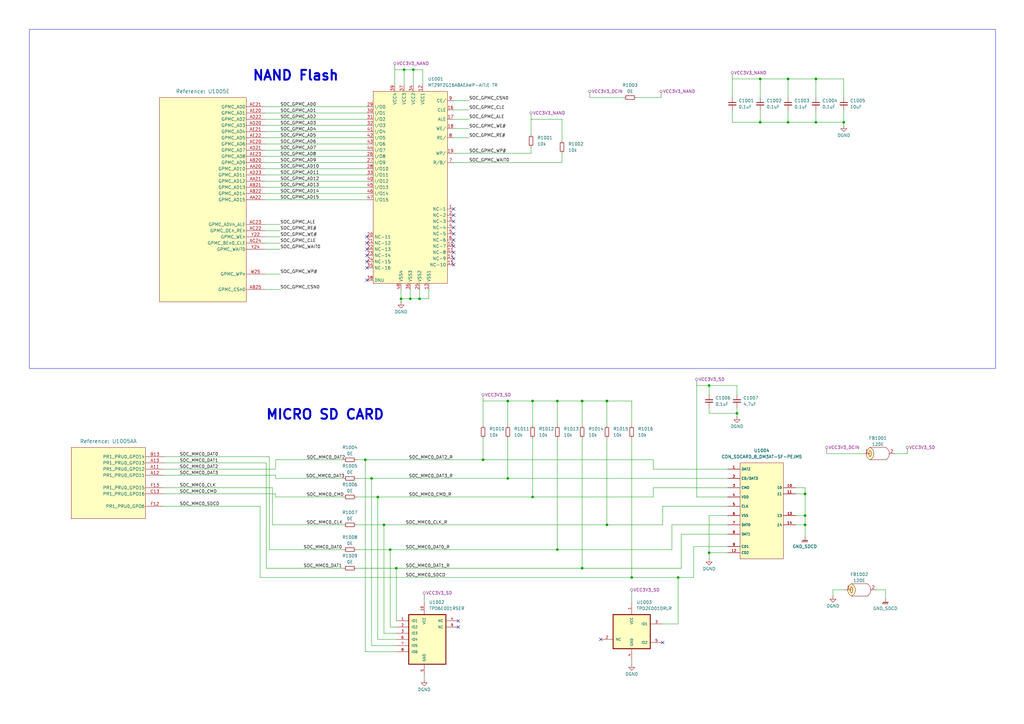
<source format=kicad_sch>
(kicad_sch (version 20250114) (generator "eeschema") (generator_version "9.0")
  (paper "A3")
  (title_block (title "Barre de son (base saine)") (date "2025-05-16") (rev "1.0") (company "NDH"))
  (lib_symbols
    (symbol "Device:C_Small" (pin_numbers (hide yes)) (pin_names (offset 0.254) (hide yes))
      (property "Reference" "C" (at 0.254 1.778 0))
      (property "Value" "C_Small" (at 0.254 -2.032 0))
      (symbol "C_Small_1_1"
        (pin passive line (at 0 2.54 270) (length 2.032) (name "~") (number "1"))
        (pin passive line (at 0 -2.54 90) (length 2.032) (name "~") (number "2"))
      )
    )
    (symbol "Device:R_Small" (pin_numbers (hide yes)) (pin_names (offset 0.254) (hide yes))
      (property "Reference" "R" (at 0.762 0.508 0))
      (property "Value" "R_Small" (at 0.762 -1.016 0))
      (symbol "R_Small_1_1"
        (pin passive line (at 0 2.54 270) (length 0.762) (name "~") (number "1"))
        (pin passive line (at 0 -2.54 90) (length 0.762) (name "~") (number "2"))
      )
    )
    (symbol "Libglobal:66AK2G12ABY100" (pin_names (offset 0.254))
      (property "Reference" "U" (at -46.228 -50.8 0) (show_name))
      (symbol "66AK2G12ABY100_1_1"
        (pin bidirectional line (at -68.58 110.49 0) (length 7.62) (name "DDR3_DQS0_P") (number "AD1"))
        (pin bidirectional line (at -68.58 107.95 0) (length 7.62) (name "DDR3_DQS0_N") (number "AE2"))
        (pin bidirectional line (at -68.58 102.87 0) (length 7.62) (name "DDR3_DQS1_P") (number "AD4"))
        (pin bidirectional line (at -68.58 100.33 0) (length 7.62) (name "DDR3_DQS1_N") (number "AE4"))
        (pin bidirectional line (at -68.58 95.25 0) (length 7.62) (name "DDR3_DQS2_P") (number "AE6"))
        (pin bidirectional line (at -68.58 92.71 0) (length 7.62) (name "DDR3_DQS2_N") (number "AD6"))
        (pin bidirectional line (at -68.58 87.63 0) (length 7.62) (name "DDR3_DQS3_P") (number "AE9"))
        (pin bidirectional line (at -68.58 85.09 0) (length 7.62) (name "DDR3_DQS3_N") (number "AD9"))
        (pin bidirectional line (at -68.58 80.01 0) (length 7.62) (name "DDR3_CBDQS_P") (number "AE12"))
        (pin bidirectional line (at -68.58 77.47 0) (length 7.62) (name "DDR3_CBDQS_N") (number "AD12"))
        (pin tri_state line (at -68.58 72.39 0) (length 7.62) (name "DDR3_DQM0") (number "AB4"))
        (pin tri_state line (at -68.58 69.85 0) (length 7.62) (name "DDR3_DQM1") (number "AA5"))
        (pin tri_state line (at -68.58 67.31 0) (length 7.62) (name "DDR3_DQM2") (number "AC8"))
        (pin tri_state line (at -68.58 64.77 0) (length 7.62) (name "DDR3_DQM3") (number "AA9"))
        (pin bidirectional line (at -68.58 58.42 0) (length 7.62) (name "DDR3_CBDQM") (number "Y11"))
        (pin tri_state line (at -68.58 50.8 0) (length 7.62) (name "DDR3_ODT0") (number "AA13"))
        (pin bidirectional line (at -68.58 48.26 0) (length 7.62) (name "DDR3_ODT1") (number "Y12"))
        (pin bidirectional line (at -68.58 41.91 0) (length 7.62) (name "DDR3_CB00") (number "AA11"))
        (pin bidirectional line (at -68.58 39.37 0) (length 7.62) (name "DDR3_CB01") (number "AB11"))
        (pin bidirectional line (at -68.58 36.83 0) (length 7.62) (name "DDR3_CB02") (number "AC11"))
        (pin bidirectional line (at -68.58 34.29 0) (length 7.62) (name "DDR3_CB03") (number "AC12"))
        (pin tri_state line (at -68.58 27.94 0) (length 7.62) (name "DDR3_CKE0") (number "AB18"))
        (pin bidirectional line (at -68.58 25.4 0) (length 7.62) (name "DDR3_CKE1") (number "AC18"))
        (pin tri_state line (at -68.58 19.05 0) (length 7.62) (name "DDR3_CEn0") (number "AD13"))
        (pin bidirectional line (at -68.58 16.51 0) (length 7.62) (name "DDR3_CEn1") (number "AB12"))
        (pin tri_state line (at -68.58 10.16 0) (length 7.62) (name "DDR_CLK_N") (number "AD24"))
        (pin tri_state line (at -68.58 7.62 0) (length 7.62) (name "DDR_CLK_P") (number "AE24"))
        (pin tri_state line (at -68.58 1.27 0) (length 7.62) (name "DDR3_CLKOUT_P0") (number "AE15"))
        (pin tri_state line (at -68.58 -1.27 0) (length 7.62) (name "DDR3_CLKOUT_N0") (number "AD15"))
        (pin tri_state line (at -68.58 -7.62 0) (length 7.62) (name "DDR3_CLKOUT_P1") (number "AE16"))
        (pin tri_state line (at -68.58 -10.16 0) (length 7.62) (name "DDR3_CLKOUT_N1") (number "AD16"))
        (pin unspecified line (at -68.58 -16.51 0) (length 7.62) (name "DDR3_RZQ0") (number "W12"))
        (pin unspecified line (at -68.58 -19.05 0) (length 7.62) (name "DDR3_RZQ1") (number "V9"))
        (pin tri_state line (at -68.58 -25.4 0) (length 7.62) (name "DDR3_CASn") (number "AC13"))
        (pin tri_state line (at -68.58 -27.94 0) (length 7.62) (name "DDR3_RASn") (number "AE13"))
        (pin tri_state line (at -68.58 -34.29 0) (length 7.62) (name "DDR3_WEn") (number "Y13"))
        (pin tri_state line (at -68.58 -40.64 0) (length 7.62) (name "DDR3_RESETn") (number "Y18"))
        (pin tri_state line (at 2.54 110.49 180) (length 7.62) (name "DDR3_A00") (number "AC15"))
        (pin tri_state line (at 2.54 107.95 180) (length 7.62) (name "DDR3_A01") (number "Y15"))
        (pin tri_state line (at 2.54 105.41 180) (length 7.62) (name "DDR3_A02") (number "AC16"))
        (pin tri_state line (at 2.54 102.87 180) (length 7.62) (name "DDR3_A03") (number "AA15"))
        (pin tri_state line (at 2.54 100.33 180) (length 7.62) (name "DDR3_A04") (number "AB16"))
        (pin tri_state line (at 2.54 97.79 180) (length 7.62) (name "DDR3_A05") (number "AE17"))
        (pin tri_state line (at 2.54 95.25 180) (length 7.62) (name "DDR3_A06") (number "AC14"))
        (pin tri_state line (at 2.54 92.71 180) (length 7.62) (name "DDR3_A07") (number "AB15"))
        (pin tri_state line (at 2.54 90.17 180) (length 7.62) (name "DDR3_A08") (number "AC17"))
        (pin tri_state line (at 2.54 87.63 180) (length 7.62) (name "DDR3_A09") (number "AB17"))
        (pin tri_state line (at 2.54 85.09 180) (length 7.62) (name "DDR3_A10") (number "AB14"))
        (pin tri_state line (at 2.54 82.55 180) (length 7.62) (name "DDR3_A11") (number "AA16"))
        (pin tri_state line (at 2.54 80.01 180) (length 7.62) (name "DDR3_A12") (number "AA17"))
        (pin tri_state line (at 2.54 77.47 180) (length 7.62) (name "DDR3_A13") (number "AA12"))
        (pin tri_state line (at 2.54 74.93 180) (length 7.62) (name "DDR3_A14") (number "Y17"))
        (pin tri_state line (at 2.54 72.39 180) (length 7.62) (name "DDR3_A15") (number "Y16"))
        (pin tri_state line (at 2.54 66.04 180) (length 7.62) (name "DDR3_BA0") (number "AA14"))
        (pin tri_state line (at 2.54 62.23 180) (length 7.62) (name "DDR3_BA1") (number "AB13"))
        (pin tri_state line (at 2.54 58.42 180) (length 7.62) (name "DDR3_BA2") (number "AD17"))
        (pin bidirectional line (at 2.54 52.07 180) (length 7.62) (name "DDR3_D00") (number "AD2"))
        (pin bidirectional line (at 2.54 49.53 180) (length 7.62) (name "DDR3_D01") (number "Y4"))
        (pin bidirectional line (at 2.54 46.99 180) (length 7.62) (name "DDR3_D02") (number "AC3"))
        (pin bidirectional line (at 2.54 44.45 180) (length 7.62) (name "DDR3_D03") (number "AC2"))
        (pin bidirectional line (at 2.54 41.91 180) (length 7.62) (name "DDR3_D04") (number "AE3"))
        (pin bidirectional line (at 2.54 39.37 180) (length 7.62) (name "DDR3_D05") (number "AA4"))
        (pin bidirectional line (at 2.54 36.83 180) (length 7.62) (name "DDR3_D06") (number "AD3"))
        (pin bidirectional line (at 2.54 34.29 180) (length 7.62) (name "DDR3_D07") (number "AB3"))
        (pin bidirectional line (at 2.54 29.21 180) (length 7.62) (name "DDR3_D08") (number "AA6"))
        (pin bidirectional line (at 2.54 26.67 180) (length 7.62) (name "DDR3_D09") (number "Y7"))
        (pin bidirectional line (at 2.54 24.13 180) (length 7.62) (name "DDR3_D10") (number "Y6"))
        (pin bidirectional line (at 2.54 21.59 180) (length 7.62) (name "DDR3_D11") (number "AC5"))
        (pin bidirectional line (at 2.54 19.05 180) (length 7.62) (name "DDR3_D12") (number "AB6"))
        (pin bidirectional line (at 2.54 16.51 180) (length 7.62) (name "DDR3_D13") (number "Y5"))
        (pin bidirectional line (at 2.54 13.97 180) (length 7.62) (name "DDR3_D14") (number "AC4"))
        (pin bidirectional line (at 2.54 11.43 180) (length 7.62) (name "DDR3_D15") (number "AB5"))
        (pin bidirectional line (at 2.54 6.35 180) (length 7.62) (name "DDR3_D16") (number "AB7"))
        (pin bidirectional line (at 2.54 3.81 180) (length 7.62) (name "DDR3_D17") (number "AB8"))
        (pin bidirectional line (at 2.54 1.27 180) (length 7.62) (name "DDR3_D18") (number "AC7"))
        (pin bidirectional line (at 2.54 -1.27 180) (length 7.62) (name "DDR3_D19") (number "AA7"))
        (pin bidirectional line (at 2.54 -3.81 180) (length 7.62) (name "DDR3_D20") (number "AA8"))
        (pin bidirectional line (at 2.54 -6.35 180) (length 7.62) (name "DDR3_D21") (number "AC6"))
        (pin bidirectional line (at 2.54 -8.89 180) (length 7.62) (name "DDR3_D22") (number "AE7"))
        (pin bidirectional line (at 2.54 -11.43 180) (length 7.62) (name "DDR3_D23") (number "AD7"))
        (pin bidirectional line (at 2.54 -16.51 180) (length 7.62) (name "DDR3_D24") (number "AA10"))
        (pin bidirectional line (at 2.54 -19.05 180) (length 7.62) (name "DDR3_D25") (number "AE10"))
        (pin bidirectional line (at 2.54 -21.59 180) (length 7.62) (name "DDR3_D26") (number "AD10"))
        (pin bidirectional line (at 2.54 -24.13 180) (length 7.62) (name "DDR3_D27") (number "AC10"))
        (pin bidirectional line (at 2.54 -26.67 180) (length 7.62) (name "DDR3_D28") (number "AC9"))
        (pin bidirectional line (at 2.54 -29.21 180) (length 7.62) (name "DDR3_D29") (number "AB10"))
        (pin bidirectional line (at 2.54 -31.75 180) (length 7.62) (name "DDR3_D30") (number "AB9"))
        (pin bidirectional line (at 2.54 -34.29 180) (length 7.62) (name "DDR3_D31") (number "Y8"))
      )
      (symbol "66AK2G12ABY100_2_1"
        (pin bidirectional line (at -6.35 44.45 180) (length 7.62) (name "DSS_DATA0") (number "V22"))
        (pin bidirectional line (at -6.35 41.91 180) (length 7.62) (name "DSS_DATA1") (number "U21"))
        (pin bidirectional line (at -6.35 39.37 180) (length 7.62) (name "DSS_DATA2") (number "W22"))
        (pin bidirectional line (at -6.35 36.83 180) (length 7.62) (name "DSS_DATA3") (number "V23"))
        (pin bidirectional line (at -6.35 34.29 180) (length 7.62) (name "DSS_DATA4") (number "U23"))
        (pin bidirectional line (at -6.35 31.75 180) (length 7.62) (name "DSS_DATA5") (number "V24"))
        (pin bidirectional line (at -6.35 29.21 180) (length 7.62) (name "DSS_DATA6") (number "T21"))
        (pin bidirectional line (at -6.35 26.67 180) (length 7.62) (name "DSS_DATA7") (number "U22"))
        (pin bidirectional line (at -6.35 24.13 180) (length 7.62) (name "DSS_DATA8") (number "T22"))
        (pin bidirectional line (at -6.35 21.59 180) (length 7.62) (name "DSS_DATA9") (number "R21"))
        (pin bidirectional line (at -6.35 19.05 180) (length 7.62) (name "DSS_DATA10") (number "U24"))
        (pin bidirectional line (at -6.35 16.51 180) (length 7.62) (name "DSS_DATA11") (number "V25"))
        (pin bidirectional line (at -6.35 13.97 180) (length 7.62) (name "DSS_DATA12") (number "T24"))
        (pin bidirectional line (at -6.35 11.43 180) (length 7.62) (name "DSS_DATA13") (number "P21"))
        (pin bidirectional line (at -6.35 8.89 180) (length 7.62) (name "DSS_DATA14") (number "U25"))
        (pin bidirectional line (at -6.35 6.35 180) (length 7.62) (name "DSS_DATA15") (number "R22"))
        (pin bidirectional line (at -6.35 3.81 180) (length 7.62) (name "DSS_DATA16") (number "P23"))
        (pin bidirectional line (at -6.35 1.27 180) (length 7.62) (name "DSS_DATA17") (number "R24"))
        (pin bidirectional line (at -6.35 -1.27 180) (length 7.62) (name "DSS_DATA18") (number "N22"))
        (pin bidirectional line (at -6.35 -3.81 180) (length 7.62) (name "DSS_DATA19") (number "T25"))
        (pin bidirectional line (at -6.35 -6.35 180) (length 7.62) (name "DSS_DATA20") (number "N24"))
        (pin bidirectional line (at -6.35 -8.89 180) (length 7.62) (name "DSS_DATA21") (number "P24"))
        (pin bidirectional line (at -6.35 -11.43 180) (length 7.62) (name "DSS_DATA22") (number "P25"))
        (pin bidirectional line (at -6.35 -13.97 180) (length 7.62) (name "DSS_DATA23") (number "N23"))
        (pin bidirectional line (at -6.35 -20.32 180) (length 7.62) (name "DSS_VSYNC") (number "R25"))
        (pin bidirectional line (at -6.35 -24.13 180) (length 7.62) (name "DSS_HSYNC") (number "P22"))
        (pin bidirectional line (at -6.35 -27.94 180) (length 7.62) (name "DSS_PCLK") (number "N25"))
        (pin bidirectional line (at -6.35 -31.75 180) (length 7.62) (name "DSS_FID") (number "L25"))
        (pin bidirectional line (at -6.35 -35.56 180) (length 7.62) (name "DSS_DE") (number "M25"))
        (pin bidirectional line (at -6.35 -41.91 180) (length 7.62) (name "PR1_MDIO_DATA") (number "E18"))
      )
      (symbol "66AK2G12ABY100_3_1"
        (pin bidirectional line (at 1.27 71.12 180) (length 7.62) (name "PR1_PRU1_GPO0/PR1_PRU1_GPI0/GPIO1_26") (number "A14"))
        (pin bidirectional line (at 1.27 66.04 180) (length 7.62) (name "PR1_PRU1_GPO1/PR1_PRU1_GPI1/GPIO1_27") (number "B14"))
        (pin bidirectional line (at 1.27 60.96 180) (length 7.62) (name "PR1_PRU1_GPO2/PR1_PRU1_GPI2/GPIO1_28") (number "C14"))
        (pin bidirectional line (at 1.27 55.88 180) (length 7.62) (name "PR1_PRU1_GPO3/PR1_PRU1_GPI3/GPIO1_29") (number "E14"))
        (pin bidirectional line (at 1.27 50.8 180) (length 7.62) (name "PR1_PRU1_GPO4/PR1_PRU1_GPI4/GPIO1_30") (number "D14"))
        (pin bidirectional line (at 1.27 45.72 180) (length 7.62) (name "PR1_PRU1_GPO5/PR1_PRU1_GPI5/GPIO1_31") (number "A15"))
        (pin bidirectional line (at 1.27 40.64 180) (length 7.62) (name "PR1_PRU1_GPO6/PR1_PRU1_GPI6/GPIO1_32") (number "F14"))
        (pin bidirectional line (at 1.27 35.56 180) (length 7.62) (name "PR1_PRU1_GPO7/PR1_PRU1_GPI7/GPIO1_33") (number "B15"))
        (pin bidirectional line (at 1.27 30.48 180) (length 7.62) (name "PR1_PRU1_GPO8/PR1_PRU1_GPI8/GPIO1_34") (number "C15"))
        (pin bidirectional line (at 1.27 25.4 180) (length 7.62) (name "PR1_PRU1_GPO15/PR1_PRU1_GPI15/GPIO1_41") (number "C18"))
        (pin bidirectional line (at 1.27 19.05 180) (length 7.62) (name "PR1_PRU1_GPO16/PR1_PRU1_GPI16/GPIO1_42") (number "D16"))
        (pin bidirectional line (at 1.27 8.89 180) (length 7.62) (name "GPMC_BEn1/GPIO0_21") (number "AB24"))
        (pin bidirectional line (at 1.27 3.81 180) (length 7.62) (name "GPMC_CLK/GPIO0_16") (number "AB23"))
        (pin bidirectional line (at 1.27 -5.08 180) (length 7.62) (name "MII_RXER/RMII_RXER/GPIO0_82") (number "F23"))
        (pin bidirectional line (at 1.27 -11.43 180) (length 7.62) (name "MII_COL/GPIO0_83") (number "B25"))
        (pin bidirectional line (at 1.27 -17.78 180) (length 7.62) (name "MII_CRS/RMII_CRS_DV/GPIO0_84") (number "G22"))
        (pin bidirectional line (at 1.27 -29.21 180) (length 7.62) (name "SPI3_SCSn1/PR0_UART0_RXD/GPIO0_87") (number "E25"))
        (pin bidirectional line (at 1.27 -36.83 180) (length 7.62) (name "SPI1_SCSn1/GPIO0_100") (number "N3"))
      )
      (symbol "66AK2G12ABY100_4_1"
        (pin bidirectional line (at -15.24 -25.4 180) (length 7.62) (name "SPI0_SOMI") (number "M1"))
        (pin bidirectional line (at -15.24 -30.48 180) (length 7.62) (name "SPI0_SIMO") (number "N4"))
        (pin bidirectional line (at -15.24 -35.56 180) (length 7.62) (name "SPI0_CLK") (number "M2"))
        (pin bidirectional line (at -15.24 -40.64 180) (length 7.62) (name "SPI0_SCSn0") (number "M3"))
        (pin bidirectional line (at -15.24 -45.72 180) (length 7.62) (name "SPI0_SCSn1") (number "M4"))
      )
      (symbol "66AK2G12ABY100_5_1"
        (pin bidirectional line (at -7.62 31.75 180) (length 7.62) (name "GPMC_AD0") (number "AC21"))
        (pin bidirectional line (at -7.62 29.21 180) (length 7.62) (name "GPMC_AD1") (number "AE20"))
        (pin bidirectional line (at -7.62 26.67 180) (length 7.62) (name "GPMC_AD2") (number "AD22"))
        (pin bidirectional line (at -7.62 24.13 180) (length 7.62) (name "GPMC_AD3") (number "AD20"))
        (pin bidirectional line (at -7.62 21.59 180) (length 7.62) (name "GPMC_AD4") (number "AE21"))
        (pin bidirectional line (at -7.62 19.05 180) (length 7.62) (name "GPMC_AD5") (number "AE22"))
        (pin bidirectional line (at -7.62 16.51 180) (length 7.62) (name "GPMC_AD6") (number "AC20"))
        (pin bidirectional line (at -7.62 13.97 180) (length 7.62) (name "GPMC_AD7") (number "AD21"))
        (pin bidirectional line (at -7.62 11.43 180) (length 7.62) (name "GPMC_AD8") (number "AE23"))
        (pin bidirectional line (at -7.62 8.89 180) (length 7.62) (name "GPMC_AD9") (number "AB20"))
        (pin bidirectional line (at -7.62 6.35 180) (length 7.62) (name "GPMC_AD10") (number "AA20"))
        (pin bidirectional line (at -7.62 3.81 180) (length 7.62) (name "GPMC_AD11") (number "AD23"))
        (pin bidirectional line (at -7.62 1.27 180) (length 7.62) (name "GPMC_AD12") (number "AA21"))
        (pin bidirectional line (at -7.62 -1.27 180) (length 7.62) (name "GPMC_AD13") (number "AB21"))
        (pin bidirectional line (at -7.62 -3.81 180) (length 7.62) (name "GPMC_AD14") (number "AB22"))
        (pin bidirectional line (at -7.62 -6.35 180) (length 7.62) (name "GPMC_AD15") (number "AA22"))
        (pin bidirectional line (at -7.62 -16.51 180) (length 7.62) (name "GPMC_ADVn_ALE") (number "AC23"))
        (pin bidirectional line (at -7.62 -19.05 180) (length 7.62) (name "GPMC_OEn_REn") (number "AC22"))
        (pin bidirectional line (at -7.62 -21.59 180) (length 7.62) (name "GPMC_WEn") (number "Y22"))
        (pin bidirectional line (at -7.62 -24.13 180) (length 7.62) (name "GPMC_BEn0_CLE") (number "AC24"))
        (pin bidirectional line (at -7.62 -26.67 180) (length 7.62) (name "GPMC_WAIT0") (number "Y24"))
        (pin bidirectional line (at -7.62 -36.83 180) (length 7.62) (name "GPMC_WPn") (number "W25"))
        (pin bidirectional line (at -7.62 -43.18 180) (length 7.62) (name "GPMC_CSn0") (number "AB25"))
      )
      (symbol "66AK2G12ABY100_6_1"
        (pin bidirectional line (at -11.43 8.89 180) (length 7.62) (name "MMC1_DAT0") (number "H3"))
        (pin bidirectional line (at -11.43 3.81 180) (length 7.62) (name "MMC1_DAT1") (number "F5"))
        (pin bidirectional line (at -11.43 -1.27 180) (length 7.62) (name "MMC1_DAT2") (number "J5"))
        (pin bidirectional line (at -11.43 -6.35 180) (length 7.62) (name "MMC1_DAT3") (number "H4"))
        (pin bidirectional line (at -11.43 -11.43 180) (length 7.62) (name "MMC1_DAT4") (number "E3"))
        (pin bidirectional line (at -11.43 -13.97 180) (length 7.62) (name "MMC1_DAT5") (number "G4"))
        (pin bidirectional line (at -11.43 -16.51 180) (length 7.62) (name "MMC1_DAT6") (number "F4"))
        (pin bidirectional line (at -11.43 -19.05 180) (length 7.62) (name "MMC1_DAT7") (number "G5"))
        (pin bidirectional line (at -11.43 -24.13 180) (length 7.62) (name "MMC1_CLK") (number "J4"))
        (pin bidirectional line (at -11.43 -29.21 180) (length 7.62) (name "MMC1_CMD") (number "J2"))
        (pin bidirectional line (at -11.43 -34.29 180) (length 7.62) (name "MMC1_POW") (number "K2"))
        (pin bidirectional line (at -11.43 -36.83 180) (length 7.62) (name "MMC1_SDCD") (number "J3"))
        (pin bidirectional line (at -11.43 -43.18 180) (length 7.62) (name "MMC1_SDWP") (number "K3"))
      )
      (symbol "66AK2G12ABY100_7_1"
        (pin bidirectional line (at -13.97 29.21 180) (length 7.62) (name "MII_TXD0") (number "G23"))
        (pin bidirectional line (at -13.97 24.13 180) (length 7.62) (name "MII_TXD1") (number "G24"))
        (pin bidirectional line (at -13.97 19.05 180) (length 7.62) (name "MII_TXD2") (number "G25"))
        (pin bidirectional line (at -13.97 13.97 180) (length 7.62) (name "MII_TXD3") (number "D25"))
        (pin bidirectional line (at -13.97 6.35 180) (length 7.62) (name "MII_TXCLK") (number "C25"))
        (pin bidirectional line (at -13.97 1.27 180) (length 7.62) (name "MII_TXEN") (number "H25"))
        (pin bidirectional line (at -13.97 -6.35 180) (length 7.62) (name "MDIO_CLK") (number "U3"))
        (pin bidirectional line (at -13.97 -10.16 180) (length 7.62) (name "MDIO_DATA") (number "V3"))
        (pin bidirectional line (at -13.97 -17.78 180) (length 7.62) (name "MII_RXCLK") (number "A22"))
        (pin bidirectional line (at -13.97 -22.86 180) (length 7.62) (name "MII_RXDV") (number "A24"))
        (pin bidirectional line (at -13.97 -30.48 180) (length 7.62) (name "MII_RXD0") (number "B24"))
        (pin bidirectional line (at -13.97 -35.56 180) (length 7.62) (name "MII_RXD1") (number "C23"))
        (pin bidirectional line (at -13.97 -40.64 180) (length 7.62) (name "MII_RXD2") (number "B23"))
        (pin bidirectional line (at -13.97 -45.72 180) (length 7.62) (name "MII_RXD3") (number "F22"))
      )
      (symbol "66AK2G12ABY100_8_1"
        (pin input line (at -10.16 -5.08 180) (length 7.62) (name "NMIn") (number "W1"))
        (pin input line (at -10.16 -10.16 180) (length 7.62) (name "PORn") (number "AA3"))
        (pin input line (at -10.16 -15.24 180) (length 7.62) (name "LRESETNMIENn") (number "V1"))
        (pin input line (at -10.16 -20.32 180) (length 7.62) (name "LRESETn") (number "V2"))
        (pin input line (at -10.16 -25.4 180) (length 7.62) (name "RESETn") (number "W3"))
        (pin input line (at -10.16 -30.48 180) (length 7.62) (name "RESETFULLn") (number "W2"))
        (pin output line (at -10.16 -38.1 180) (length 7.62) (name "RESETSTATn") (number "Y2"))
        (pin tri_state line (at -10.16 -45.72 180) (length 7.62) (name "BOOTCOMPLETE") (number "Y3"))
      )
      (symbol "66AK2G12ABY100_9_1"
        (pin input line (at -69.85 8.89 0) (length 7.62) (name "AUDOSC_IN") (number "C17"))
        (pin output line (at -69.85 3.81 0) (length 7.62) (name "AUDOSC_OUT") (number "A17"))
        (pin power_in line (at -69.85 -1.27 0) (length 7.62) (name "VSS_OSC_AUDIO") (number "B17"))
        (pin output line (at -69.85 -12.7 0) (length 7.62) (name "USB1_XO") (number "C20"))
        (pin output line (at -69.85 -17.78 0) (length 7.62) (name "USB0_XO") (number "D19"))
        (pin tri_state line (at -69.85 -26.67 0) (length 7.62) (name "OBSPLL_LOCK") (number "N5"))
        (pin output line (at -69.85 -30.48 0) (length 7.62) (name "OBSCLK_P") (number "K1"))
        (pin output line (at -69.85 -34.29 0) (length 7.62) (name "OBSCLK_N") (number "L1"))
        (pin output line (at -69.85 -44.45 0) (length 7.62) (name "RMII_REFCLK/PR0_eCAP0_eCAP_SYNCOUT") (number "D24"))
        (pin input line (at 6.35 8.89 180) (length 7.62) (name "SYSOSC_IN") (number "AC19"))
        (pin output line (at 6.35 3.81 180) (length 7.62) (name "SYSOSC_OUT") (number "AE19"))
        (pin power_in line (at 6.35 -1.27 180) (length 7.62) (name "VSS_OSC_SYS") (number "AD19"))
        (pin input line (at 6.35 -10.16 180) (length 7.62) (name "SYSCLK_P") (number "AD25"))
        (pin input line (at 6.35 -15.24 180) (length 7.62) (name "SYSCLK_N") (number "AC25"))
        (pin input line (at 6.35 -24.13 180) (length 7.62) (name "SYSCLKSEL") (number "R1"))
        (pin tri_state line (at 6.35 -30.48 180) (length 7.62) (name "SYSCLKOUT") (number "M21"))
        (pin input line (at 6.35 -39.37 180) (length 7.62) (name "CPTS_REFCLK_P") (number "K21"))
        (pin input line (at 6.35 -44.45 180) (length 7.62) (name "CPTS_REFCLK_N") (number "L21"))
      )
      (symbol "66AK2G12ABY100_10_1"
        (pin input line (at -17.78 -17.78 180) (length 7.62) (name "TDI") (number "L5"))
        (pin tri_state line (at -17.78 -21.59 180) (length 7.62) (name "TDO") (number "K5"))
        (pin input line (at -17.78 -25.4 180) (length 7.62) (name "TCK") (number "L3"))
        (pin input line (at -17.78 -29.21 180) (length 7.62) (name "TMS") (number "K4"))
        (pin input line (at -17.78 -33.02 180) (length 7.62) (name "TRSTn") (number "L4"))
        (pin bidirectional line (at -17.78 -39.37 180) (length 7.62) (name "EMU00") (number "M22"))
        (pin bidirectional line (at -17.78 -45.72 180) (length 7.62) (name "EMU01") (number "L22"))
      )
      (symbol "66AK2G12ABY100_11_1"
        (pin bidirectional line (at -10.16 5.08 180) (length 7.62) (name "MLBP_DAT_P") (number "K23"))
        (pin bidirectional line (at -10.16 0 180) (length 7.62) (name "MLBP_DAT_N") (number "K22"))
        (pin bidirectional line (at -10.16 -6.35 180) (length 7.62) (name "MLBP_SIG_P") (number "L24"))
        (pin bidirectional line (at -10.16 -11.43 180) (length 7.62) (name "MLBP_SIG_N") (number "M24"))
        (pin input line (at -10.16 -19.05 180) (length 7.62) (name "MLBP_CLK_P") (number "M23"))
        (pin input line (at -10.16 -24.13 180) (length 7.62) (name "MLBP_CLK_N") (number "L23"))
        (pin bidirectional line (at -10.16 -34.29 180) (length 7.62) (name "GPMC_WAIT1") (number "AA24"))
        (pin bidirectional line (at -10.16 -39.37 180) (length 7.62) (name "GPMC_DIR") (number "AA25"))
        (pin bidirectional line (at -10.16 -44.45 180) (length 7.62) (name "GPMC_CSn1") (number "W24"))
      )
      (symbol "66AK2G12ABY100_12_1"
        (pin bidirectional line (at -13.97 -13.97 180) (length 7.62) (name "USB1_DP") (number "B20"))
        (pin bidirectional line (at -13.97 -17.78 180) (length 7.62) (name "USB1_DM") (number "A20"))
        (pin unspecified line (at -13.97 -25.4 180) (length 7.62) (name "USB1_ID") (number "E20"))
        (pin unspecified line (at -13.97 -30.48 180) (length 7.62) (name "USB1_VBUS") (number "A21"))
        (pin tri_state line (at -13.97 -38.1 180) (length 7.62) (name "USB1_DRVVBUS") (number "B21"))
        (pin unspecified line (at -13.97 -45.72 180) (length 7.62) (name "USB1_TXRTUNE_RKELVIN") (number "D20"))
      )
      (symbol "66AK2G12ABY100_13_1"
        (pin bidirectional line (at -16.51 -38.1 180) (length 7.62) (name "I2C0_SCL") (number "U5"))
        (pin bidirectional line (at -16.51 -45.72 180) (length 7.62) (name "I2C0_SDA") (number "W5"))
      )
      (symbol "66AK2G12ABY100_14_1"
        (pin bidirectional line (at -7.62 -7.62 180) (length 7.62) (name "QSPI_D0") (number "J23"))
        (pin bidirectional line (at -7.62 -11.43 180) (length 7.62) (name "QSPI_D1") (number "J22"))
        (pin bidirectional line (at -7.62 -15.24 180) (length 7.62) (name "QSPI_D2") (number "J21"))
        (pin bidirectional line (at -7.62 -19.05 180) (length 7.62) (name "QSPI_D3") (number "J24"))
        (pin bidirectional line (at -7.62 -25.4 180) (length 7.62) (name "QSPI_CSn0") (number "J25"))
        (pin bidirectional line (at -7.62 -31.75 180) (length 7.62) (name "QSPI_CLK") (number "K25"))
        (pin bidirectional line (at -7.62 -38.1 180) (length 7.62) (name "QSPI_RCLK") (number "K24"))
        (pin bidirectional line (at -7.62 -45.72 180) (length 7.62) (name "QSPI_CSn1") (number "H23"))
      )
      (symbol "66AK2G12ABY100_15_1"
        (pin tri_state line (at -15.24 -34.29 180) (length 7.62) (name "UART0_TXD") (number "T1"))
        (pin input line (at -15.24 -38.1 180) (length 7.62) (name "UART0_RXD") (number "T4"))
        (pin bidirectional line (at -15.24 -41.91 180) (length 7.62) (name "UART0_CTSn") (number "T2"))
        (pin bidirectional line (at -15.24 -45.72 180) (length 7.62) (name "UART0_RTSn") (number "U1"))
      )
      (symbol "66AK2G12ABY100_16_1"
        (pin output line (at -13.97 -6.35 180) (length 7.62) (name "PCIE_TXP0") (number "G1"))
        (pin output line (at -13.97 -11.43 180) (length 7.62) (name "PCIE_TXN0") (number "H1"))
        (pin input line (at -13.97 -19.05 180) (length 7.62) (name "PCIE_RXP0") (number "E1"))
        (pin input line (at -13.97 -24.13 180) (length 7.62) (name "PCIE_RXN0") (number "D1"))
        (pin input line (at -13.97 -31.75 180) (length 7.62) (name "PCIE_CLK_P") (number "G2"))
        (pin input line (at -13.97 -35.56 180) (length 7.62) (name "PCIE_CLK_N") (number "F2"))
        (pin unspecified line (at -13.97 -43.18 180) (length 7.62) (name "PCIE_REFRES") (number "H7"))
      )
      (symbol "66AK2G12ABY100_17_1"
        (pin bidirectional line (at -8.89 -30.48 180) (length 7.62) (name "DCAN0_TX") (number "P5"))
        (pin bidirectional line (at -8.89 -35.56 180) (length 7.62) (name "DCAN0_RX") (number "R5"))
        (pin bidirectional line (at -8.89 -43.18 180) (length 7.62) (name "QSPI_CSn2") (number "H22"))
        (pin bidirectional line (at -8.89 -46.99 180) (length 7.62) (name "QSPI_CSn3") (number "H21"))
      )
      (symbol "66AK2G12ABY100_18_1"
        (pin bidirectional line (at -6.35 3.81 180) (length 7.62) (name "eHRPWM3_A") (number "A23"))
        (pin bidirectional line (at -6.35 0 180) (length 7.62) (name "eHRPWM3_B") (number "B22"))
        (pin bidirectional line (at -6.35 -3.81 180) (length 7.62) (name "MII_TXER") (number "H24"))
        (pin bidirectional line (at -6.35 -7.62 180) (length 7.62) (name "eHRPWM3_SYNCO") (number "D23"))
        (pin bidirectional line (at -6.35 -11.43 180) (length 7.62) (name "eHRPWM3_SYNCI") (number "C22"))
        (pin bidirectional line (at -6.35 -17.78 180) (length 7.62) (name "PR1_PRU0_GPO18") (number "D12"))
        (pin bidirectional line (at -6.35 -21.59 180) (length 7.62) (name "PR1_PRU0_GPO19") (number "D13"))
        (pin bidirectional line (at -6.35 -25.4 180) (length 7.62) (name "PR1_PRU0_GPO17") (number "E13"))
        (pin bidirectional line (at -6.35 -31.75 180) (length 7.62) (name "PR1_PRU1_GPO18") (number "E17"))
        (pin bidirectional line (at -6.35 -35.56 180) (length 7.62) (name "PR1_PRU1_GPO19") (number "E16"))
        (pin bidirectional line (at -6.35 -39.37 180) (length 7.62) (name "PR1_PRU1_GPO17") (number "F16"))
        (pin bidirectional line (at -6.35 -45.72 180) (length 7.62) (name "PR1_MDIO_MDCLK") (number "D18"))
      )
      (symbol "66AK2G12ABY100_19_1"
        (pin unspecified line (at -8.89 -3.81 180) (length 7.62) (name "RSV1") (number "AA19"))
        (pin input line (at -8.89 -7.62 180) (length 7.62) (name "RSV2") (number "AB19"))
        (pin unspecified line (at -8.89 -11.43 180) (length 7.62) (name "RSV3") (number "Y20"))
        (pin unspecified line (at -8.89 -15.24 180) (length 7.62) (name "RSV4") (number "W19"))
        (pin unspecified line (at -8.89 -19.05 180) (length 7.62) (name "RSV5") (number "D2"))
        (pin input line (at -8.89 -22.86 180) (length 7.62) (name "RSV6") (number "L2"))
        (pin unspecified line (at -8.89 -26.67 180) (length 7.62) (name "RSV7") (number "G3"))
        (pin unspecified line (at -8.89 -30.48 180) (length 7.62) (name "RSV8") (number "F18"))
        (pin unspecified line (at -8.89 -34.29 180) (length 7.62) (name "RSV9") (number "H2"))
        (pin tri_state line (at -8.89 -38.1 180) (length 7.62) (name "RSV10") (number "AA18"))
        (pin tri_state line (at -8.89 -41.91 180) (length 7.62) (name "RSV11") (number "Y19"))
        (pin unspecified line (at -8.89 -45.72 180) (length 7.62) (name "RSV12") (number "Y14"))
      )
      (symbol "66AK2G12ABY100_20_1"
        (pin power_in line (at -57.15 46.99 0) (length 7.62) (name "CVDD") (number "N14"))
        (pin power_in line (at -57.15 43.18 0) (length 7.62) (name "CVDD") (number "N12"))
        (pin power_in line (at -57.15 39.37 0) (length 7.62) (name "CVDD") (number "N10"))
        (pin power_in line (at -57.15 35.56 0) (length 7.62) (name "CVDD") (number "M17"))
        (pin power_in line (at -57.15 31.75 0) (length 7.62) (name "CVDD") (number "M15"))
        (pin power_in line (at -57.15 27.94 0) (length 7.62) (name "CVDD") (number "M13"))
        (pin power_in line (at -57.15 24.13 0) (length 7.62) (name "CVDD") (number "M11"))
        (pin power_in line (at -57.15 20.32 0) (length 7.62) (name "CVDD") (number "M9"))
        (pin power_in line (at -57.15 16.51 0) (length 7.62) (name "CVDD") (number "L18"))
        (pin power_in line (at -57.15 12.7 0) (length 7.62) (name "CVDD") (number "L16"))
        (pin power_in line (at -57.15 8.89 0) (length 7.62) (name "CVDD") (number "L14"))
        (pin power_in line (at -57.15 5.08 0) (length 7.62) (name "CVDD") (number "L12"))
        (pin power_in line (at -57.15 1.27 0) (length 7.62) (name "CVDD") (number "L10"))
        (pin power_in line (at -57.15 -2.54 0) (length 7.62) (name "CVDD") (number "K17"))
        (pin power_in line (at -57.15 -6.35 0) (length 7.62) (name "CVDD") (number "K15"))
        (pin power_in line (at -57.15 -10.16 0) (length 7.62) (name "CVDD") (number "K13"))
        (pin power_in line (at -57.15 -13.97 0) (length 7.62) (name "CVDD") (number "K11"))
        (pin power_in line (at -57.15 -17.78 0) (length 7.62) (name "CVDD") (number "K9"))
        (pin power_in line (at -57.15 -21.59 0) (length 7.62) (name "CVDD") (number "J16"))
        (pin power_in line (at -57.15 -29.21 0) (length 7.62) (name "CVDD1") (number "T13"))
        (pin power_in line (at -57.15 -33.02 0) (length 7.62) (name "CVDD1") (number "N18"))
        (pin power_in line (at -57.15 -36.83 0) (length 7.62) (name "CVDD1") (number "N8"))
        (pin power_in line (at -57.15 -40.64 0) (length 7.62) (name "CVDD1") (number "J12"))
        (pin power_in line (at -57.15 -44.45 0) (length 7.62) (name "CVDD1") (number "M5"))
        (pin power_in line (at -6.35 46.99 180) (length 7.62) (name "CVDD") (number "N16"))
        (pin power_in line (at -6.35 43.18 180) (length 7.62) (name "CVDD") (number "P9"))
        (pin power_in line (at -6.35 39.37 180) (length 7.62) (name "CVDD") (number "P11"))
        (pin power_in line (at -6.35 35.56 180) (length 7.62) (name "CVDD") (number "P13"))
        (pin power_in line (at -6.35 31.75 180) (length 7.62) (name "CVDD") (number "P15"))
        (pin power_in line (at -6.35 27.94 180) (length 7.62) (name "CVDD") (number "P17"))
        (pin power_in line (at -6.35 24.13 180) (length 7.62) (name "CVDD") (number "R8"))
        (pin power_in line (at -6.35 20.32 180) (length 7.62) (name "CVDD") (number "R10"))
        (pin power_in line (at -6.35 16.51 180) (length 7.62) (name "CVDD") (number "R12"))
        (pin power_in line (at -6.35 12.7 180) (length 7.62) (name "CVDD") (number "R14"))
        (pin power_in line (at -6.35 8.89 180) (length 7.62) (name "CVDD") (number "R16"))
        (pin power_in line (at -6.35 5.08 180) (length 7.62) (name "CVDD") (number "R18"))
        (pin power_in line (at -6.35 1.27 180) (length 7.62) (name "CVDD") (number "T9"))
        (pin power_in line (at -6.35 -2.54 180) (length 7.62) (name "CVDD") (number "T11"))
        (pin power_in line (at -6.35 -6.35 180) (length 7.62) (name "CVDD") (number "T15"))
        (pin power_in line (at -6.35 -10.16 180) (length 7.62) (name "CVDD") (number "T17"))
        (pin power_in line (at -6.35 -13.97 180) (length 7.62) (name "CVDD") (number "U16"))
        (pin power_in line (at -6.35 -17.78 180) (length 7.62) (name "CVDD") (number "J10"))
        (pin power_in line (at -6.35 -21.59 180) (length 7.62) (name "CVDD") (number "J14"))
      )
      (symbol "66AK2G12ABY100_21_1"
        (pin power_in line (at -2.54 50.8 180) (length 7.62) (name "DVDD33") (number "H9"))
        (pin power_in line (at -2.54 46.99 180) (length 7.62) (name "DVDD33") (number "AA23"))
        (pin power_in line (at -2.54 43.18 180) (length 7.62) (name "DVDD33") (number "E23"))
        (pin power_in line (at -2.54 39.37 180) (length 7.62) (name "DVDD33") (number "F21"))
        (pin power_in line (at -2.54 35.56 180) (length 7.62) (name "DVDD33") (number "G20"))
        (pin power_in line (at -2.54 31.75 180) (length 7.62) (name "DVDD33") (number "J20"))
        (pin power_in line (at -2.54 27.94 180) (length 7.62) (name "DVDD33") (number "P19"))
        (pin power_in line (at -2.54 24.13 180) (length 7.62) (name "DVDD33") (number "R20"))
        (pin power_in line (at -2.54 20.32 180) (length 7.62) (name "DVDD33") (number "T19"))
        (pin power_in line (at -2.54 16.51 180) (length 7.62) (name "DVDD33") (number "U20"))
        (pin power_in line (at -2.54 12.7 180) (length 7.62) (name "DVDD33") (number "V21"))
        (pin power_in line (at -2.54 8.89 180) (length 7.62) (name "DVDD33") (number "F7"))
        (pin power_in line (at -2.54 5.08 180) (length 7.62) (name "DVDD33") (number "F11"))
        (pin power_in line (at -2.54 1.27 180) (length 7.62) (name "DVDD33") (number "F15"))
        (pin power_in line (at -2.54 -2.54 180) (length 7.62) (name "DVDD33") (number "G12"))
        (pin power_in line (at -2.54 -6.35 180) (length 7.62) (name "DVDD33") (number "G16"))
        (pin power_in line (at -2.54 -10.16 180) (length 7.62) (name "DVDD33") (number "H11"))
        (pin power_in line (at -2.54 -13.97 180) (length 7.62) (name "DVDD33") (number "H13"))
        (pin power_in line (at -2.54 -17.78 180) (length 7.62) (name "DVDD33") (number "H15"))
        (pin power_in line (at -2.54 -21.59 180) (length 7.62) (name "DVDD33") (number "P7"))
        (pin power_in line (at -2.54 -25.4 180) (length 7.62) (name "DVDD33") (number "R6"))
        (pin power_in line (at -2.54 -29.21 180) (length 7.62) (name "DVDD33") (number "T23"))
        (pin power_in line (at -2.54 -33.02 180) (length 7.62) (name "DVDD33") (number "T7"))
        (pin power_in line (at -2.54 -40.64 180) (length 7.62) (name "DVDD33_USB") (number "H17"))
        (pin power_in line (at -2.54 -43.18 180) (length 7.62) (name "DVDD33_USB") (number "G18"))
      )
      (symbol "66AK2G12ABY100_22_1"
        (pin power_in line (at -67.31 15.24 0) (length 7.62) (name "DVDD18") (number "F17"))
        (pin power_in line (at -67.31 12.7 0) (length 7.62) (name "DVDD18") (number "L20"))
        (pin power_in line (at -67.31 10.16 0) (length 7.62) (name "DVDD18") (number "K19"))
        (pin power_in line (at -67.31 7.62 0) (length 7.62) (name "DVDD18") (number "M7"))
        (pin power_in line (at -67.31 5.08 0) (length 7.62) (name "DVDD18") (number "L6"))
        (pin power_in line (at -67.31 2.54 0) (length 7.62) (name "DVDD18") (number "W6"))
        (pin power_in line (at -67.31 0 0) (length 7.62) (name "DVDD18") (number "U6"))
        (pin power_in line (at -67.31 -2.54 0) (length 7.62) (name "DVDD18") (number "U18"))
        (pin power_in line (at -67.31 -5.08 0) (length 7.62) (name "DVDD18") (number "V19"))
        (pin power_in line (at -67.31 -7.62 0) (length 7.62) (name "DVDD18") (number "J6"))
        (pin power_in line (at -67.31 -10.16 0) (length 7.62) (name "DVDD18") (number "H5"))
        (pin power_in line (at -67.31 -13.97 0) (length 7.62) (name "DVDD18") (number "G6"))
        (pin power_in line (at -67.31 -16.51 0) (length 7.62) (name "DVDD18") (number "F19"))
        (pin power_in line (at 1.27 15.24 180) (length 7.62) (name "DVDD_DDR") (number "AD5"))
        (pin power_in line (at 1.27 12.7 180) (length 7.62) (name "DVDD_DDR") (number "AD11"))
        (pin power_in line (at 1.27 10.16 180) (length 7.62) (name "DVDD_DDR") (number "AD18"))
        (pin power_in line (at 1.27 7.62 180) (length 7.62) (name "DVDD_DDR") (number "U8"))
        (pin power_in line (at 1.27 5.08 180) (length 7.62) (name "DVDD_DDR") (number "U10"))
        (pin power_in line (at 1.27 2.54 180) (length 7.62) (name "DVDD_DDR") (number "U12"))
        (pin power_in line (at 1.27 0 180) (length 7.62) (name "DVDD_DDR") (number "U14"))
        (pin power_in line (at 1.27 -2.54 180) (length 7.62) (name "DVDD_DDR") (number "V7"))
        (pin power_in line (at 1.27 -5.08 180) (length 7.62) (name "DVDD_DDR") (number "V11"))
        (pin power_in line (at 1.27 -7.62 180) (length 7.62) (name "DVDD_DDR") (number "V13"))
        (pin power_in line (at 1.27 -10.16 180) (length 7.62) (name "DVDD_DDR") (number "V15"))
        (pin power_in line (at 1.27 -12.7 180) (length 7.62) (name "DVDD_DDR") (number "V17"))
        (pin power_in line (at 1.27 -15.24 180) (length 7.62) (name "DVDD_DDR") (number "W16"))
        (pin power_in line (at 1.27 -17.78 180) (length 7.62) (name "DVDD_DDR") (number "W18"))
        (pin power_in line (at 1.27 -20.32 180) (length 7.62) (name "DVDD_DDR") (number "AE8"))
        (pin power_in line (at 1.27 -22.86 180) (length 7.62) (name "DVDD_DDR") (number "AE14"))
        (pin unspecified line (at 1.27 -33.02 180) (length 7.62) (name "DDR3_VREFSSTL") (number "Y9"))
      )
      (symbol "66AK2G12ABY100_23_1"
        (pin power_in line (at -8.89 21.59 180) (length 7.62) (name "DVDD_DDRDLL") (number "W8"))
        (pin power_in line (at -8.89 19.05 180) (length 7.62) (name "DVDD_DDRDLL") (number "W10"))
        (pin power_in line (at -8.89 16.51 180) (length 7.62) (name "DVDD_DDRDLL") (number "W14"))
        (pin power_in line (at -8.89 10.16 180) (length 7.62) (name "AVDDA_DDRPLL") (number "W20"))
        (pin power_in line (at -8.89 6.35 180) (length 7.62) (name "AVDDA_DSSPLL") (number "N20"))
        (pin power_in line (at -8.89 2.54 180) (length 7.62) (name "AVDDA_MAINPLL") (number "M19"))
        (pin power_in line (at -8.89 -1.27 180) (length 7.62) (name "AVDDA_NSSPLL") (number "G14"))
        (pin power_in line (at -8.89 -5.08 180) (length 7.62) (name "AVDDA_UARTPLL") (number "G10"))
        (pin power_in line (at -8.89 -8.89 180) (length 7.62) (name "AVDDA_ICSSPLL") (number "G8"))
        (pin power_in line (at -8.89 -12.7 180) (length 7.62) (name "AVDDA_ARMPLL") (number "N6"))
        (pin power_in line (at -8.89 -20.32 180) (length 7.62) (name "VDDAHV") (number "K7"))
        (pin unspecified line (at -8.89 -26.67 180) (length 7.62) (name "LDO_PCIE_CAP") (number "J8"))
        (pin unspecified line (at -8.89 -29.21 180) (length 7.62) (name "LDO_PCIE_CAP") (number "L8"))
        (pin unspecified line (at -8.89 -35.56 180) (length 7.62) (name "LDO_USB_CAP") (number "J18"))
        (pin unspecified line (at -8.89 -38.1 180) (length 7.62) (name "LDO_USB_CAP") (number "H19"))
        (pin power_in line (at -8.89 -44.45 180) (length 7.62) (name "VPP1") (number "Y21"))
        (pin power_in line (at -8.89 -46.99 180) (length 7.62) (name "VPP2") (number "W21"))
      )
      (symbol "66AK2G12ABY100_24_1"
        (pin power_in line (at -20.32 73.66 0) (length 7.62) (name "VSS") (number "A1"))
        (pin power_in line (at -20.32 71.12 0) (length 7.62) (name "VSS") (number "A25"))
        (pin power_in line (at -20.32 68.58 0) (length 7.62) (name "VSS") (number "C1"))
        (pin power_in line (at -20.32 66.04 0) (length 7.62) (name "VSS") (number "E2"))
        (pin power_in line (at -20.32 63.5 0) (length 7.62) (name "VSS") (number "E22"))
        (pin power_in line (at -20.32 60.96 0) (length 7.62) (name "VSS") (number "F1"))
        (pin power_in line (at -20.32 58.42 0) (length 7.62) (name "VSS") (number "F3"))
        (pin power_in line (at -20.32 55.88 0) (length 7.62) (name "VSS") (number "F6"))
        (pin power_in line (at -20.32 53.34 0) (length 7.62) (name "VSS") (number "F8"))
        (pin power_in line (at -20.32 50.8 0) (length 7.62) (name "VSS") (number "F20"))
        (pin power_in line (at -20.32 48.26 0) (length 7.62) (name "VSS") (number "G7"))
        (pin power_in line (at -20.32 45.72 0) (length 7.62) (name "VSS") (number "G9"))
        (pin power_in line (at -20.32 43.18 0) (length 7.62) (name "VSS") (number "G11"))
        (pin power_in line (at -20.32 40.64 0) (length 7.62) (name "VSS") (number "G13"))
        (pin power_in line (at -20.32 38.1 0) (length 7.62) (name "VSS") (number "G15"))
        (pin power_in line (at -20.32 35.56 0) (length 7.62) (name "VSS") (number "G17"))
        (pin power_in line (at -20.32 33.02 0) (length 7.62) (name "VSS") (number "G19"))
        (pin power_in line (at -20.32 30.48 0) (length 7.62) (name "VSS") (number "G21"))
        (pin power_in line (at -20.32 27.94 0) (length 7.62) (name "VSS") (number "H6"))
        (pin power_in line (at -20.32 25.4 0) (length 7.62) (name "VSS") (number "H8"))
        (pin power_in line (at -20.32 22.86 0) (length 7.62) (name "VSS") (number "H10"))
        (pin power_in line (at -20.32 20.32 0) (length 7.62) (name "VSS") (number "H12"))
        (pin power_in line (at -20.32 17.78 0) (length 7.62) (name "VSS") (number "H14"))
        (pin power_in line (at -20.32 15.24 0) (length 7.62) (name "VSS") (number "H16"))
        (pin power_in line (at -20.32 12.7 0) (length 7.62) (name "VSS") (number "H18"))
        (pin power_in line (at -20.32 10.16 0) (length 7.62) (name "VSS") (number "H20"))
        (pin power_in line (at -20.32 7.62 0) (length 7.62) (name "VSS") (number "J1"))
        (pin power_in line (at -20.32 5.08 0) (length 7.62) (name "VSS") (number "J7"))
        (pin power_in line (at -20.32 2.54 0) (length 7.62) (name "VSS") (number "J9"))
        (pin power_in line (at -20.32 0 0) (length 7.62) (name "VSS") (number "J11"))
        (pin power_in line (at -20.32 -2.54 0) (length 7.62) (name "VSS") (number "J13"))
        (pin power_in line (at -20.32 -5.08 0) (length 7.62) (name "VSS") (number "J15"))
        (pin power_in line (at -20.32 -7.62 0) (length 7.62) (name "VSS") (number "J17"))
        (pin power_in line (at -20.32 -10.16 0) (length 7.62) (name "VSS") (number "J19"))
        (pin power_in line (at -20.32 -12.7 0) (length 7.62) (name "VSS") (number "K6"))
        (pin power_in line (at -20.32 -15.24 0) (length 7.62) (name "VSS") (number "K8"))
        (pin power_in line (at -20.32 -17.78 0) (length 7.62) (name "VSS") (number "K10"))
        (pin power_in line (at -20.32 -20.32 0) (length 7.62) (name "VSS") (number "K12"))
        (pin power_in line (at -20.32 -22.86 0) (length 7.62) (name "VSS") (number "K14"))
        (pin power_in line (at -20.32 -25.4 0) (length 7.62) (name "VSS") (number "K16"))
        (pin power_in line (at -20.32 -27.94 0) (length 7.62) (name "VSS") (number "K18"))
        (pin power_in line (at -20.32 -30.48 0) (length 7.62) (name "VSS") (number "K20"))
        (pin power_in line (at -20.32 -33.02 0) (length 7.62) (name "VSS") (number "L7"))
        (pin power_in line (at -20.32 -35.56 0) (length 7.62) (name "VSS") (number "L9"))
        (pin power_in line (at -20.32 -38.1 0) (length 7.62) (name "VSS") (number "L11"))
        (pin power_in line (at -20.32 -40.64 0) (length 7.62) (name "VSS") (number "L13"))
        (pin power_in line (at -20.32 -43.18 0) (length 7.62) (name "VSS") (number "L15"))
        (pin power_in line (at -20.32 -45.72 0) (length 7.62) (name "VSS") (number "L17"))
        (pin power_in line (at -20.32 -48.26 0) (length 7.62) (name "VSS") (number "L19"))
        (pin power_in line (at -20.32 -50.8 0) (length 7.62) (name "VSS") (number "M6"))
        (pin power_in line (at -20.32 -53.34 0) (length 7.62) (name "VSS") (number "M8"))
        (pin power_in line (at -20.32 -55.88 0) (length 7.62) (name "VSS") (number "M10"))
        (pin power_in line (at -20.32 -58.42 0) (length 7.62) (name "VSS") (number "M12"))
        (pin power_in line (at -20.32 -60.96 0) (length 7.62) (name "VSS") (number "M14"))
        (pin power_in line (at -20.32 -63.5 0) (length 7.62) (name "VSS") (number "M16"))
        (pin power_in line (at -20.32 -66.04 0) (length 7.62) (name "VSS") (number "M18"))
        (pin power_in line (at -20.32 -68.58 0) (length 7.62) (name "VSS") (number "M20"))
        (pin power_in line (at -20.32 -71.12 0) (length 7.62) (name "VSS") (number "N7"))
        (pin power_in line (at -20.32 -73.66 0) (length 7.62) (name "VSS") (number "N9"))
        (pin power_in line (at 21.59 73.66 180) (length 7.62) (name "VSS") (number "N11"))
        (pin power_in line (at 21.59 71.12 180) (length 7.62) (name "VSS") (number "N13"))
        (pin power_in line (at 21.59 68.58 180) (length 7.62) (name "VSS") (number "N15"))
        (pin power_in line (at 21.59 66.04 180) (length 7.62) (name "VSS") (number "N17"))
        (pin power_in line (at 21.59 63.5 180) (length 7.62) (name "VSS") (number "N19"))
        (pin power_in line (at 21.59 60.96 180) (length 7.62) (name "VSS") (number "N21"))
        (pin power_in line (at 21.59 58.42 180) (length 7.62) (name "VSS") (number "P6"))
        (pin power_in line (at 21.59 55.88 180) (length 7.62) (name "VSS") (number "P8"))
        (pin power_in line (at 21.59 53.34 180) (length 7.62) (name "VSS") (number "P10"))
        (pin power_in line (at 21.59 50.8 180) (length 7.62) (name "VSS") (number "P12"))
        (pin power_in line (at 21.59 48.26 180) (length 7.62) (name "VSS") (number "P14"))
        (pin power_in line (at 21.59 45.72 180) (length 7.62) (name "VSS") (number "P16"))
        (pin power_in line (at 21.59 43.18 180) (length 7.62) (name "VSS") (number "P18"))
        (pin power_in line (at 21.59 40.64 180) (length 7.62) (name "VSS") (number "P20"))
        (pin power_in line (at 21.59 38.1 180) (length 7.62) (name "VSS") (number "R7"))
        (pin power_in line (at 21.59 35.56 180) (length 7.62) (name "VSS") (number "R9"))
        (pin power_in line (at 21.59 33.02 180) (length 7.62) (name "VSS") (number "R11"))
        (pin power_in line (at 21.59 30.48 180) (length 7.62) (name "VSS") (number "R13"))
        (pin power_in line (at 21.59 27.94 180) (length 7.62) (name "VSS") (number "R15"))
        (pin power_in line (at 21.59 25.4 180) (length 7.62) (name "VSS") (number "R17"))
        (pin power_in line (at 21.59 22.86 180) (length 7.62) (name "VSS") (number "R19"))
        (pin power_in line (at 21.59 20.32 180) (length 7.62) (name "VSS") (number "R23"))
        (pin power_in line (at 21.59 17.78 180) (length 7.62) (name "VSS") (number "T6"))
        (pin power_in line (at 21.59 15.24 180) (length 7.62) (name "VSS") (number "T8"))
        (pin power_in line (at 21.59 12.7 180) (length 7.62) (name "VSS") (number "T10"))
        (pin power_in line (at 21.59 10.16 180) (length 7.62) (name "VSS") (number "T12"))
        (pin power_in line (at 21.59 7.62 180) (length 7.62) (name "VSS") (number "T14"))
        (pin power_in line (at 21.59 5.08 180) (length 7.62) (name "VSS") (number "T16"))
        (pin power_in line (at 21.59 2.54 180) (length 7.62) (name "VSS") (number "T18"))
        (pin power_in line (at 21.59 0 180) (length 7.62) (name "VSS") (number "T20"))
        (pin power_in line (at 21.59 -2.54 180) (length 7.62) (name "VSS") (number "U7"))
        (pin power_in line (at 21.59 -5.08 180) (length 7.62) (name "VSS") (number "U9"))
        (pin power_in line (at 21.59 -7.62 180) (length 7.62) (name "VSS") (number "U11"))
        (pin power_in line (at 21.59 -10.16 180) (length 7.62) (name "VSS") (number "U13"))
        (pin power_in line (at 21.59 -12.7 180) (length 7.62) (name "VSS") (number "U15"))
        (pin power_in line (at 21.59 -15.24 180) (length 7.62) (name "VSS") (number "U17"))
        (pin power_in line (at 21.59 -17.78 180) (length 7.62) (name "VSS") (number "U19"))
        (pin power_in line (at 21.59 -20.32 180) (length 7.62) (name "VSS") (number "V8"))
        (pin power_in line (at 21.59 -22.86 180) (length 7.62) (name "VSS") (number "V10"))
        (pin power_in line (at 21.59 -25.4 180) (length 7.62) (name "VSS") (number "V12"))
        (pin power_in line (at 21.59 -27.94 180) (length 7.62) (name "VSS") (number "V14"))
        (pin power_in line (at 21.59 -30.48 180) (length 7.62) (name "VSS") (number "V16"))
        (pin power_in line (at 21.59 -33.02 180) (length 7.62) (name "VSS") (number "V18"))
        (pin power_in line (at 21.59 -35.56 180) (length 7.62) (name "VSS") (number "V20"))
        (pin power_in line (at 21.59 -38.1 180) (length 7.62) (name "VSS") (number "W7"))
        (pin power_in line (at 21.59 -40.64 180) (length 7.62) (name "VSS") (number "W9"))
        (pin power_in line (at 21.59 -43.18 180) (length 7.62) (name "VSS") (number "W11"))
        (pin power_in line (at 21.59 -45.72 180) (length 7.62) (name "VSS") (number "W13"))
        (pin power_in line (at 21.59 -48.26 180) (length 7.62) (name "VSS") (number "W15"))
        (pin power_in line (at 21.59 -50.8 180) (length 7.62) (name "VSS") (number "W17"))
        (pin power_in line (at 21.59 -53.34 180) (length 7.62) (name "VSS") (number "Y10"))
        (pin power_in line (at 21.59 -55.88 180) (length 7.62) (name "VSS") (number "Y23"))
        (pin power_in line (at 21.59 -58.42 180) (length 7.62) (name "VSS") (number "AD8"))
        (pin power_in line (at 21.59 -60.96 180) (length 7.62) (name "VSS") (number "AD14"))
        (pin power_in line (at 21.59 -63.5 180) (length 7.62) (name "VSS") (number "AE1"))
        (pin power_in line (at 21.59 -66.04 180) (length 7.62) (name "VSS") (number "AE5"))
        (pin power_in line (at 21.59 -68.58 180) (length 7.62) (name "VSS") (number "AE11"))
        (pin power_in line (at 21.59 -71.12 180) (length 7.62) (name "VSS") (number "AE18"))
        (pin power_in line (at 21.59 -73.66 180) (length 7.62) (name "VSS") (number "AE25"))
      )
      (symbol "66AK2G12ABY100_25_1"
        (pin bidirectional line (at -10.16 -29.21 180) (length 7.62) (name "RSV13") (number "Y1"))
        (pin bidirectional line (at -10.16 -31.75 180) (length 7.62) (name "RSV14") (number "AA1"))
        (pin bidirectional line (at -10.16 -34.29 180) (length 7.62) (name "RSV15") (number "AB1"))
        (pin bidirectional line (at -10.16 -36.83 180) (length 7.62) (name "RSV16") (number "AA2"))
        (pin bidirectional line (at -10.16 -39.37 180) (length 7.62) (name "RSV17") (number "AB2"))
        (pin bidirectional line (at -10.16 -41.91 180) (length 7.62) (name "RSV18") (number "AC1"))
      )
      (symbol "66AK2G12ABY100_26_1"
        (pin bidirectional line (at -11.43 -26.67 180) (length 7.62) (name "SPI1_SOMI") (number "N1"))
        (pin bidirectional line (at -11.43 -31.75 180) (length 7.62) (name "SPI1_SIMO") (number "P2"))
        (pin bidirectional line (at -11.43 -36.83 180) (length 7.62) (name "SPI1_CLK") (number "N2"))
        (pin bidirectional line (at -11.43 -41.91 180) (length 7.62) (name "SPI1_SCSn0") (number "P1"))
      )
      (symbol "66AK2G12ABY100_27_1"
        (pin bidirectional line (at -10.16 -22.86 180) (length 7.62) (name "PR1_PRU0_GPO14") (number "B13"))
        (pin bidirectional line (at -10.16 -25.4 180) (length 7.62) (name "PR1_PRU0_GPO13") (number "A13"))
        (pin bidirectional line (at -10.16 -27.94 180) (length 7.62) (name "PR1_PRU0_GPO12") (number "A11"))
        (pin bidirectional line (at -10.16 -30.48 180) (length 7.62) (name "PR1_PRU0_GPO11") (number "A12"))
        (pin bidirectional line (at -10.16 -35.56 180) (length 7.62) (name "PR1_PRU0_GPO15") (number "F13"))
        (pin bidirectional line (at -10.16 -38.1 180) (length 7.62) (name "PR1_PRU0_GPO16") (number "C13"))
        (pin bidirectional line (at -10.16 -43.18 180) (length 7.62) (name "PR1_PRU0_GPO6") (number "F12"))
      )
      (symbol "66AK2G12ABY100_28_1"
        (pin bidirectional line (at -11.43 -20.32 180) (length 7.62) (name "USB0_DP") (number "A18"))
        (pin bidirectional line (at -11.43 -24.13 180) (length 7.62) (name "USB0_DM") (number "B18"))
        (pin unspecified line (at -11.43 -30.48 180) (length 7.62) (name "USB0_ID") (number "A19"))
        (pin unspecified line (at -11.43 -35.56 180) (length 7.62) (name "USB0_VBUS") (number "B19"))
        (pin tri_state line (at -11.43 -40.64 180) (length 7.62) (name "USB0_DRVVBUS") (number "E19"))
        (pin unspecified line (at -11.43 -46.99 180) (length 7.62) (name "USB0_TXRTUNE_RKELVIN") (number "C19"))
      )
      (symbol "66AK2G12ABY100_29_1"
        (pin bidirectional line (at -16.51 -34.29 180) (length 7.62) (name "UART1_RXD") (number "T3"))
        (pin bidirectional line (at -16.51 -38.1 180) (length 7.62) (name "UART1_TXD") (number "T5"))
        (pin bidirectional line (at -16.51 -41.91 180) (length 7.62) (name "UART1_CTSn") (number "U2"))
        (pin bidirectional line (at -16.51 -45.72 180) (length 7.62) (name "UART1_RTSn") (number "U4"))
      )
      (symbol "66AK2G12ABY100_30_1"
        (pin bidirectional line (at -16.51 -33.02 180) (length 7.62) (name "UART2_RXD") (number "E21"))
        (pin bidirectional line (at -16.51 -36.83 180) (length 7.62) (name "UART2_TXD") (number "D21"))
        (pin bidirectional line (at -16.51 -40.64 180) (length 7.62) (name "UART2_CTSn") (number "D22"))
        (pin bidirectional line (at -16.51 -45.72 180) (length 7.62) (name "UART2_RTSn") (number "C21"))
      )
      (symbol "66AK2G12ABY100_31_1"
        (pin bidirectional line (at -10.16 -44.45 180) (length 7.62) (name "PR0_PRU1_GPO10") (number "C7"))
        (pin bidirectional line (at -8.89 101.6 180) (length 7.62) (name "PR0_PRU1_GPO17") (number "B9"))
        (pin bidirectional line (at -8.89 95.25 180) (length 7.62) (name "PR0_PRU1_GPO18") (number "A9"))
        (pin bidirectional line (at -8.89 88.9 180) (length 7.62) (name "PR0_PRU1_GPO19") (number "B10"))
        (pin bidirectional line (at -8.89 82.55 180) (length 7.62) (name "PR0_MDIO_DATA") (number "A10"))
        (pin bidirectional line (at -8.89 76.2 180) (length 7.62) (name "PR0_MDIO_MDCLK") (number "C10"))
        (pin bidirectional line (at -8.89 69.85 180) (length 7.62) (name "PR1_PRU0_GPO0") (number "E10"))
        (pin bidirectional line (at -8.89 63.5 180) (length 7.62) (name "PR1_PRU0_GPO1") (number "D10"))
        (pin bidirectional line (at -8.89 57.15 180) (length 7.62) (name "PR1_PRU0_GPO2") (number "F10"))
        (pin bidirectional line (at -8.89 50.8 180) (length 7.62) (name "PR1_PRU0_GPO3") (number "C11"))
        (pin bidirectional line (at -8.89 44.45 180) (length 7.62) (name "PR1_PRU0_GPO4") (number "D11"))
        (pin bidirectional line (at -8.89 38.1 180) (length 7.62) (name "PR1_PRU0_GPO5") (number "E11"))
        (pin bidirectional line (at -8.89 31.75 180) (length 7.62) (name "PR1_PRU0_GPO7") (number "E12"))
        (pin bidirectional line (at -8.89 25.4 180) (length 7.62) (name "PR1_PRU0_GPO8") (number "C12"))
        (pin bidirectional line (at -8.89 17.78 180) (length 7.62) (name "PR1_PRU0_GPO9") (number "B11"))
        (pin bidirectional line (at -8.89 10.16 180) (length 7.62) (name "PR1_PRU0_GPO10") (number "B12"))
        (pin bidirectional line (at -8.89 0 180) (length 7.62) (name "PR0_PRU1_GPO13") (number "B8"))
        (pin bidirectional line (at -8.89 -6.35 180) (length 7.62) (name "PR0_PRU1_GPO11") (number "E9"))
        (pin bidirectional line (at -8.89 -12.7 180) (length 7.62) (name "PR0_PRU1_GPO12") (number "A8"))
        (pin bidirectional line (at -8.89 -22.86 180) (length 7.62) (name "PR0_PRU1_GPO16") (number "C9"))
        (pin bidirectional line (at -8.89 -29.21 180) (length 7.62) (name "PR0_PRU1_GPO14") (number "D9"))
        (pin bidirectional line (at -8.89 -35.56 180) (length 7.62) (name "PR0_PRU1_GPO15") (number "C8"))
      )
      (symbol "66AK2G12ABY100_32_1"
        (pin bidirectional line (at -8.89 64.77 180) (length 7.62) (name "PR0_PRU1_GPO0") (number "B5"))
        (pin bidirectional line (at -8.89 58.42 180) (length 7.62) (name "PR0_PRU1_GPO1") (number "B6"))
        (pin bidirectional line (at -8.89 52.07 180) (length 7.62) (name "PR0_PRU1_GPO2") (number "D7"))
        (pin bidirectional line (at -8.89 45.72 180) (length 7.62) (name "PR0_PRU1_GPO3") (number "A6"))
        (pin bidirectional line (at -8.89 39.37 180) (length 7.62) (name "PR0_PRU1_GPO4") (number "C6"))
        (pin bidirectional line (at -8.89 33.02 180) (length 7.62) (name "PR0_PRU1_GPO5") (number "E8"))
        (pin bidirectional line (at -8.89 26.67 180) (length 7.62) (name "PR0_PRU1_GPO6") (number "A7"))
        (pin bidirectional line (at -8.89 20.32 180) (length 7.62) (name "PR0_PRU1_GPO7") (number "D8"))
        (pin bidirectional line (at -8.89 13.97 180) (length 7.62) (name "PR0_PRU1_GPO8") (number "F9"))
        (pin bidirectional line (at -8.89 7.62 180) (length 7.62) (name "PR0_PRU1_GPO9") (number "B7"))
        (pin bidirectional line (at -8.89 -2.54 180) (length 7.62) (name "PR0_PRU0_GPO18") (number "C5"))
        (pin bidirectional line (at -8.89 -8.89 180) (length 7.62) (name "PR0_PRU0_GPO16") (number "D6"))
        (pin bidirectional line (at -8.89 -15.24 180) (length 7.62) (name "PR0_PRU0_GPO17") (number "C4"))
        (pin bidirectional line (at -8.89 -24.13 180) (length 7.62) (name "PR0_PRU0_GPO15") (number "E7"))
        (pin bidirectional line (at -8.89 -30.48 180) (length 7.62) (name "PR0_PRU0_GPO13") (number "B4"))
        (pin bidirectional line (at -8.89 -36.83 180) (length 7.62) (name "PR0_PRU0_GPO14") (number "A4"))
        (pin bidirectional line (at -8.89 -45.72 180) (length 7.62) (name "PR0_PRU0_GPO19") (number "A5"))
      )
      (symbol "66AK2G12ABY100_33_1"
        (pin bidirectional line (at -10.16 41.91 180) (length 7.62) (name "PR0_PRU0_GPO0") (number "D3"))
        (pin bidirectional line (at -10.16 35.56 180) (length 7.62) (name "PR0_PRU0_GPO1") (number "A2"))
        (pin bidirectional line (at -10.16 29.21 180) (length 7.62) (name "PR0_PRU0_GPO2") (number "E4"))
        (pin bidirectional line (at -10.16 22.86 180) (length 7.62) (name "PR0_PRU0_GPO3") (number "B1"))
        (pin bidirectional line (at -10.16 16.51 180) (length 7.62) (name "PR0_PRU0_GPO4") (number "A3"))
        (pin bidirectional line (at -10.16 10.16 180) (length 7.62) (name "PR0_PRU0_GPO5") (number "E5"))
        (pin bidirectional line (at -10.16 1.27 180) (length 7.62) (name "PR0_PRU0_GPO11") (number "D5"))
        (pin bidirectional line (at -10.16 -5.08 180) (length 7.62) (name "PR0_PRU0_GPO12") (number "B3"))
        (pin bidirectional line (at -10.16 -11.43 180) (length 7.62) (name "PR0_PRU0_GPO10") (number "C3"))
        (pin bidirectional line (at -10.16 -20.32 180) (length 7.62) (name "PR0_PRU0_GPO8") (number "E6"))
        (pin bidirectional line (at -10.16 -26.67 180) (length 7.62) (name "PR0_PRU0_GPO6") (number "B2"))
        (pin bidirectional line (at -10.16 -33.02 180) (length 7.62) (name "PR0_PRU0_GPO7") (number "D4"))
        (pin bidirectional line (at -10.16 -44.45 180) (length 7.62) (name "PR0_PRU0_GPO9") (number "C2"))
      )
      (symbol "66AK2G12ABY100_34_1"
        (pin bidirectional line (at -10.16 -15.24 180) (length 7.62) (name "PR1_PRU1_GPO9") (number "D15"))
        (pin bidirectional line (at -10.16 -19.05 180) (length 7.62) (name "PR1_PRU1_GPO10") (number "A16"))
        (pin bidirectional line (at -10.16 -22.86 180) (length 7.62) (name "PR1_PRU1_GPO11") (number "E15"))
        (pin bidirectional line (at -10.16 -26.67 180) (length 7.62) (name "PR1_PRU1_GPO12") (number "B16"))
        (pin bidirectional line (at -10.16 -30.48 180) (length 7.62) (name "PR1_PRU1_GPO13") (number "C16"))
        (pin bidirectional line (at -10.16 -34.29 180) (length 7.62) (name "PR1_PRU1_GPO14") (number "D17"))
        (pin bidirectional line (at -10.16 -41.91 180) (length 7.62) (name "GPMC_CSn2") (number "W23"))
        (pin bidirectional line (at -10.16 -45.72 180) (length 7.62) (name "GPMC_CSn3") (number "Y25"))
      )
      (symbol "66AK2G12ABY100_35_1"
        (pin bidirectional line (at -16.51 -38.1 180) (length 7.62) (name "I2C1_SCL") (number "V6"))
        (pin bidirectional line (at -16.51 -45.72 180) (length 7.62) (name "I2C1_SDA") (number "W4"))
      )
      (symbol "66AK2G12ABY100_36_1"
        (pin bidirectional line (at -17.78 -38.1 180) (length 7.62) (name "I2C2_SDA") (number "V4"))
        (pin bidirectional line (at -17.78 -45.72 180) (length 7.62) (name "I2C2_SCL") (number "V5"))
      )
      (symbol "66AK2G12ABY100_37_1"
        (pin bidirectional line (at -16.51 -25.4 180) (length 7.62) (name "SPI2_SOMI") (number "R4"))
        (pin bidirectional line (at -16.51 -30.48 180) (length 7.62) (name "SPI2_SIMO") (number "R3"))
        (pin bidirectional line (at -16.51 -35.56 180) (length 7.62) (name "SPI2_CLK") (number "R2"))
        (pin bidirectional line (at -16.51 -40.64 180) (length 7.62) (name "SPI2_SCSn0") (number "P3"))
        (pin bidirectional line (at -16.51 -45.72 180) (length 7.62) (name "SPI2_SCSn1") (number "P4"))
      )
      (symbol "66AK2G12ABY100_38_1"
        (pin bidirectional line (at -16.51 -30.48 180) (length 7.62) (name "SPI3_SOMI") (number "F25"))
        (pin bidirectional line (at -16.51 -35.56 180) (length 7.62) (name "SPI3_SIMO") (number "F24"))
        (pin bidirectional line (at -16.51 -40.64 180) (length 7.62) (name "SPI3_CLK") (number "E24"))
        (pin bidirectional line (at -16.51 -45.72 180) (length 7.62) (name "SPI3_SCSn0") (number "C24"))
      )
    )
    (symbol "Libglobal:CON_SDCARD_8_DM3AT-SF-PEJM5"
      (property "Reference" "U" (at -3.048 0.254 0))
      (property "Value" "CON_SDCARD_8_DM3AT-SF-PEJM5" (at 25.146 -42.926 0))
      (symbol "CON_SDCARD_8_DM3AT-SF-PEJM5_1_0"
        (pin bidirectional line (at -8.89 -3.81 0) (length 5.08) (name "DAT2") (number "1"))
        (pin bidirectional line (at -8.89 -7.62 0) (length 5.08) (name "CD/DAT3") (number "2"))
        (pin bidirectional line (at -8.89 -11.43 0) (length 5.08) (name "CMD") (number "3"))
        (pin bidirectional line (at -8.89 -15.24 0) (length 5.08) (name "VDD") (number "4"))
        (pin bidirectional line (at -8.89 -19.05 0) (length 5.08) (name "CLK") (number "5"))
        (pin bidirectional line (at -8.89 -22.86 0) (length 5.08) (name "VSS") (number "6"))
        (pin bidirectional line (at -8.89 -26.67 0) (length 5.08) (name "DAT0") (number "7"))
        (pin bidirectional line (at -8.89 -30.48 0) (length 5.08) (name "DAT1") (number "8"))
        (pin bidirectional line (at -8.89 -35.56 0) (length 5.08) (name "CD1") (number "9"))
        (pin bidirectional line (at -8.89 -38.1 0) (length 5.08) (name "CD2") (number "12"))
        (pin bidirectional line (at 19.05 -11.43 180) (length 5.08) (name "10") (number "10"))
        (pin bidirectional line (at 19.05 -13.97 180) (length 5.08) (name "11") (number "11"))
        (pin bidirectional line (at 19.05 -22.86 180) (length 5.08) (name "13") (number "13"))
        (pin bidirectional line (at 19.05 -26.67 180) (length 5.08) (name "14") (number "14"))
      )
    )
    (symbol "Libglobal:MPZ1005S121CT000"
      (property "Reference" "FB" (at 0 0 0))
      (symbol "MPZ1005S121CT000_1_1"
        (pin input line (at -6.35 -3.81 0) (length 2.54) (name "") (number "1"))
        (pin output line (at 6.35 -3.81 180) (length 2.54) (name "") (number "2"))
      )
    )
    (symbol "Libglobal:MT29F2G16ABAEAWP-AIT{colon}E_TR"
      (property "Reference" "U" (at -18.034 5.08 0))
      (property "Value" "MT29F2G16ABAEAWP-AIT:E TR" (at 24.13 -76.2 0))
      (symbol "MT29F2G16ABAEAWP-AIT{colon}E_TR_1_1"
        (pin input line (at -21.59 -2.54 0) (length 2.54) (name "I/O0") (number "29"))
        (pin input line (at -21.59 -5.08 0) (length 2.54) (name "I/O1") (number "30"))
        (pin input line (at -21.59 -7.62 0) (length 2.54) (name "I/O2") (number "31"))
        (pin input line (at -21.59 -10.16 0) (length 2.54) (name "I/O3") (number "32"))
        (pin input line (at -21.59 -12.7 0) (length 2.54) (name "I/O4") (number "41"))
        (pin input line (at -21.59 -15.24 0) (length 2.54) (name "I/O5") (number "42"))
        (pin input line (at -21.59 -17.78 0) (length 2.54) (name "I/O6") (number "43"))
        (pin input line (at -21.59 -20.32 0) (length 2.54) (name "I/O7") (number "44"))
        (pin input line (at -21.59 -22.86 0) (length 2.54) (name "I/O8") (number "26"))
        (pin input line (at -21.59 -25.4 0) (length 2.54) (name "I/O9") (number "27"))
        (pin input line (at -21.59 -27.94 0) (length 2.54) (name "I/O10") (number "28"))
        (pin input line (at -21.59 -30.48 0) (length 2.54) (name "I/O11") (number "33"))
        (pin input line (at -21.59 -33.02 0) (length 2.54) (name "I/O12") (number "40"))
        (pin input line (at -21.59 -35.56 0) (length 2.54) (name "I/O13") (number "45"))
        (pin input line (at -21.59 -38.1 0) (length 2.54) (name "I/O14") (number "46"))
        (pin input line (at -21.59 -40.64 0) (length 2.54) (name "I/O15") (number "47"))
        (pin input line (at -21.59 -55.88 0) (length 2.54) (name "NC-11") (number "20"))
        (pin input line (at -21.59 -58.42 0) (length 2.54) (name "NC-12") (number "21"))
        (pin input line (at -21.59 -60.96 0) (length 2.54) (name "NC-13") (number "22"))
        (pin input line (at -21.59 -63.5 0) (length 2.54) (name "NC-14") (number "23"))
        (pin input line (at -21.59 -66.04 0) (length 2.54) (name "NC-15") (number "24"))
        (pin input line (at -21.59 -68.58 0) (length 2.54) (name "NC-16") (number "35"))
        (pin input line (at -21.59 -73.66 0) (length 2.54) (name "DNU") (number "38"))
        (pin input line (at -10.16 6.35 270) (length 2.54) (name "VCC4") (number "39"))
        (pin input line (at -7.62 -77.47 90) (length 2.54) (name "VSS4") (number "48"))
        (pin input line (at -6.35 6.35 270) (length 2.54) (name "VCC3") (number "37"))
        (pin input line (at -3.81 -77.47 90) (length 2.54) (name "VSS3") (number "36"))
        (pin input line (at -2.54 6.35 270) (length 2.54) (name "VCC2") (number "34"))
        (pin input line (at 0 -77.47 90) (length 2.54) (name "VSS2") (number "25"))
        (pin input line (at 1.27 6.35 270) (length 2.54) (name "VCC1") (number "12"))
        (pin input line (at 3.81 -77.47 90) (length 2.54) (name "VSS1") (number "13"))
        (pin input line (at 13.97 0 180) (length 2.54) (name "CE/") (number "9"))
        (pin input line (at 13.97 -3.81 180) (length 2.54) (name "CLE") (number "16"))
        (pin input line (at 13.97 -7.62 180) (length 2.54) (name "ALE") (number "17"))
        (pin input line (at 13.97 -11.43 180) (length 2.54) (name "WE/") (number "18"))
        (pin input line (at 13.97 -15.24 180) (length 2.54) (name "RE/") (number "8"))
        (pin input line (at 13.97 -21.59 180) (length 2.54) (name "WP/") (number "19"))
        (pin input line (at 13.97 -25.4 180) (length 2.54) (name "R/B/") (number "7"))
        (pin input line (at 13.97 -44.45 180) (length 2.54) (name "NC-1") (number "1"))
        (pin input line (at 13.97 -46.99 180) (length 2.54) (name "NC-2") (number "2"))
        (pin input line (at 13.97 -49.53 180) (length 2.54) (name "NC-3") (number "3"))
        (pin input line (at 13.97 -52.07 180) (length 2.54) (name "NC-4") (number "4"))
        (pin input line (at 13.97 -57.15 180) (length 2.54) (name "NC-6") (number "6"))
        (pin input line (at 13.97 -59.69 180) (length 2.54) (name "NC-7") (number "10"))
        (pin input line (at 13.97 -62.23 180) (length 2.54) (name "NC-8") (number "11"))
        (pin input line (at 13.97 -64.77 180) (length 2.54) (name "NC-9") (number "14"))
        (pin input line (at 13.97 -67.31 180) (length 2.54) (name "NC-10") (number "15"))
        (pin input line (at 13.9824 -54.5727 180) (length 2.54) (name "NC-5") (number "5"))
      )
    )
    (symbol "Libglobal:TPD2E001DRLR" (pin_names (offset 1.016))
      (property "Reference" "U" (at -12.446 4.826 0))
      (property "Value" "TPD2E001DRLR" (at 1.016 -12.7 0))
      (symbol "TPD2E001DRLR_1_0"
        (pin bidirectional line (at -17.78 -6.35 0) (length 5.08) (name "NC") (number "2"))
        (pin power_in line (at -5.08 8.89 270) (length 5.08) (name "VCC") (number "1"))
        (pin power_in line (at -5.08 -15.24 90) (length 5.08) (name "GND") (number "4"))
        (pin bidirectional line (at 7.62 0 180) (length 5.08) (name "IO1") (number "3"))
        (pin bidirectional line (at 7.62 -7.62 180) (length 5.08) (name "IO2") (number "5"))
      )
    )
    (symbol "Libglobal:TPD6E001RSER" (pin_names (offset 1.016))
      (property "Reference" "U" (at -12.7 11.16 0))
      (property "Value" "TPD6E001RSER" (at 1.016 -12.7 0))
      (symbol "TPD6E001RSER_0_0"
        (pin bidirectional line (at -17.78 7.62 0) (length 5.08) (name "IO1") (number "1"))
        (pin bidirectional line (at -17.78 5.08 0) (length 5.08) (name "IO2") (number "2"))
        (pin bidirectional line (at -17.78 2.54 0) (length 5.08) (name "IO3") (number "3"))
        (pin bidirectional line (at -17.78 0 0) (length 5.08) (name "IO4") (number "6"))
        (pin bidirectional line (at -17.78 -2.54 0) (length 5.08) (name "IO5") (number "7"))
        (pin bidirectional line (at -17.78 -5.08 0) (length 5.08) (name "IO6") (number "8"))
        (pin power_in line (at -6.35 15.24 270) (length 5.08) (name "VCC") (number "10"))
        (pin power_in line (at -6.35 -15.24 90) (length 5.08) (name "GND") (number "5"))
      )
      (symbol "TPD6E001RSER_1_0"
        (pin bidirectional line (at 7.62 7.62 180) (length 5.08) (name "NC") (number "4"))
        (pin bidirectional line (at 7.62 5.08 180) (length 5.08) (name "NC") (number "9"))
      )
    )
    (symbol "power:GND" (power) (pin_numbers (hide yes)) (pin_names (offset 0) (hide yes))
      (property "Value" "GND" (at 0 -3.81 0))
      (symbol "GND_1_1"
        (pin power_in line (at 0 0 270) (length 0) (name "~") (number "1"))
      )
    )
    (symbol "power:GNDPWR" (power) (pin_numbers (hide yes)) (pin_names (offset 0) (hide yes))
      (property "Value" "GNDPWR" (at 0 -3.302 0))
      (symbol "GNDPWR_1_1"
        (pin power_in line (at 0 0 270) (length 0) (name "~") (number "1"))
      )
    )
  )
  (rectangle (start 12.065 12.065) (end 408.305 151.13))
  (text "NAND Flash\n" (at 121.285 31.115 0) (effects (font (size 4 4) (thickness 0.8) (bold yes))))
  (text "MICRO SD CARD\n" (at 133.35 170.18 0) (effects (font (size 4 4) (thickness 0.8) (bold yes))))
  (junction (at 228.6 164.465))
  (junction (at 323.215 50.165))
  (junction (at 165.735 28.575))
  (junction (at 149.86 188.595))
  (junction (at 330.2 211.455))
  (junction (at 330.2 202.565))
  (junction (at 160.02 225.425))
  (junction (at 198.12 188.595))
  (junction (at 218.44 164.465))
  (junction (at 169.545 28.575))
  (junction (at 334.645 50.165))
  (junction (at 218.44 203.835))
  (junction (at 330.2 215.265))
  (junction (at 248.92 164.465))
  (junction (at 290.83 226.695))
  (junction (at 311.785 32.385))
  (junction (at 152.4 196.215))
  (junction (at 154.94 203.835))
  (junction (at 248.92 215.265))
  (junction (at 302.26 169.545))
  (junction (at 228.6 225.425))
  (junction (at 238.76 164.465))
  (junction (at 238.76 233.045))
  (junction (at 172.085 122.555))
  (junction (at 290.83 158.115))
  (junction (at 208.28 196.215))
  (junction (at 208.28 164.465))
  (junction (at 168.275 122.555))
  (junction (at 311.785 50.165))
  (junction (at 334.645 32.385))
  (junction (at 162.56 233.045))
  (junction (at 157.48 215.265))
  (junction (at 346.075 50.165))
  (junction (at 259.08 236.855))
  (junction (at 323.215 32.385))
  (junction (at 164.465 122.555))
  (junction (at 278.13 236.855))
  (no_connect (at 246.38 262.255))
  (no_connect (at 150.495 102.235))
  (no_connect (at 186.055 106.045))
  (no_connect (at 186.055 93.345))
  (no_connect (at 187.96 254.635))
  (no_connect (at 187.96 257.175))
  (no_connect (at 150.495 114.935))
  (no_connect (at 271.78 263.525))
  (no_connect (at 186.055 85.725))
  (no_connect (at 186.055 103.505))
  (no_connect (at 150.495 107.315))
  (no_connect (at 186.055 88.265))
  (no_connect (at 150.495 104.775))
  (no_connect (at 186.055 95.885))
  (no_connect (at 150.495 109.855))
  (no_connect (at 186.055 90.805))
  (no_connect (at 150.495 99.695))
  (no_connect (at 186.055 108.585))
  (no_connect (at 150.495 97.155))
  (no_connect (at 186.055 98.425))
  (no_connect (at 186.055 100.965))
  (wire (pts (xy 114.935 94.615) (xy 108.585 94.615)))
  (wire (pts (xy 218.44 179.705) (xy 218.44 203.835)))
  (wire (pts (xy 154.94 262.255) (xy 154.94 203.835)))
  (wire (pts (xy 114.935 99.695) (xy 108.585 99.695)))
  (wire (pts (xy 114.935 118.745) (xy 108.585 118.745)))
  (wire (pts (xy 311.785 32.385) (xy 311.785 40.005)))
  (wire (pts (xy 302.26 170.815) (xy 302.26 169.545)))
  (wire (pts (xy 302.26 161.925) (xy 302.26 158.115)))
  (wire (pts (xy 290.83 211.455) (xy 298.45 211.455)))
  (wire (pts (xy 150.495 79.375) (xy 108.585 79.375)))
  (wire (pts (xy 217.805 62.865) (xy 186.055 62.865)))
  (wire (pts (xy 186.055 66.675) (xy 230.505 66.675)))
  (wire (pts (xy 208.28 164.465) (xy 208.28 174.625)))
  (wire (pts (xy 150.495 59.055) (xy 108.585 59.055)))
  (wire (pts (xy 173.99 277.495) (xy 173.99 278.765)))
  (wire (pts (xy 208.28 164.465) (xy 198.12 164.465)))
  (wire (pts (xy 290.83 229.235) (xy 290.83 226.695)))
  (wire (pts (xy 330.2 200.025) (xy 330.2 202.565)))
  (wire (pts (xy 241.935 40.005) (xy 255.905 40.005)))
  (wire (pts (xy 114.935 102.235) (xy 108.585 102.235)))
  (wire (pts (xy 113.03 188.595) (xy 140.97 188.595)))
  (wire (pts (xy 172.085 122.555) (xy 168.275 122.555)))
  (wire (pts (xy 334.645 32.385) (xy 334.645 40.005)))
  (wire (pts (xy 267.97 188.595) (xy 198.12 188.595)))
  (wire (pts (xy 298.45 215.265) (xy 275.59 215.265)))
  (wire (pts (xy 157.48 215.265) (xy 248.92 215.265)))
  (wire (pts (xy 162.56 257.175) (xy 160.02 257.175)))
  (wire (pts (xy 238.76 179.705) (xy 238.76 233.045)))
  (wire (pts (xy 228.6 164.465) (xy 238.76 164.465)))
  (wire (pts (xy 275.59 225.425) (xy 228.6 225.425)))
  (wire (pts (xy 67.31 202.565) (xy 113.03 202.565)))
  (wire (pts (xy 157.48 259.715) (xy 157.48 215.265)))
  (wire (pts (xy 346.075 51.435) (xy 346.075 50.165)))
  (wire (pts (xy 285.75 203.835) (xy 285.75 158.115)))
  (wire (pts (xy 326.39 202.565) (xy 330.2 202.565)))
  (wire (pts (xy 208.28 179.705) (xy 208.28 196.215)))
  (wire (pts (xy 298.45 207.645) (xy 271.78 207.645)))
  (wire (pts (xy 150.495 51.435) (xy 108.585 51.435)))
  (wire (pts (xy 260.985 40.005) (xy 271.145 40.005)))
  (wire (pts (xy 300.355 32.385) (xy 311.785 32.385)))
  (wire (pts (xy 114.935 112.395) (xy 108.585 112.395)))
  (wire (pts (xy 110.49 187.325) (xy 67.31 187.325)))
  (wire (pts (xy 152.4 264.795) (xy 152.4 196.215)))
  (wire (pts (xy 298.45 226.695) (xy 290.83 226.695)))
  (wire (pts (xy 311.785 50.165) (xy 300.355 50.165)))
  (wire (pts (xy 114.935 92.075) (xy 108.585 92.075)))
  (wire (pts (xy 218.44 164.465) (xy 228.6 164.465)))
  (wire (pts (xy 311.785 45.085) (xy 311.785 50.165)))
  (wire (pts (xy 192.405 41.275) (xy 186.055 41.275)))
  (wire (pts (xy 238.76 164.465) (xy 238.76 174.625)))
  (wire (pts (xy 146.05 225.425) (xy 160.02 225.425)))
  (wire (pts (xy 150.495 61.595) (xy 108.585 61.595)))
  (wire (pts (xy 217.805 48.895) (xy 217.805 55.245)))
  (wire (pts (xy 238.76 164.465) (xy 248.92 164.465)))
  (wire (pts (xy 106.68 207.645) (xy 67.31 207.645)))
  (wire (pts (xy 150.495 71.755) (xy 108.585 71.755)))
  (wire (pts (xy 271.78 207.645) (xy 271.78 215.265)))
  (wire (pts (xy 150.495 43.815) (xy 108.585 43.815)))
  (wire (pts (xy 230.505 66.675) (xy 230.505 62.865)))
  (wire (pts (xy 140.97 233.045) (xy 109.22 233.045)))
  (wire (pts (xy 298.45 200.025) (xy 267.97 200.025)))
  (wire (pts (xy 298.45 192.405) (xy 267.97 192.405)))
  (wire (pts (xy 109.22 233.045) (xy 109.22 189.865)))
  (wire (pts (xy 172.085 118.745) (xy 172.085 122.555)))
  (wire (pts (xy 154.94 203.835) (xy 218.44 203.835)))
  (wire (pts (xy 146.05 188.595) (xy 149.86 188.595)))
  (wire (pts (xy 323.215 50.165) (xy 311.785 50.165)))
  (wire (pts (xy 164.465 123.825) (xy 164.465 122.555)))
  (wire (pts (xy 173.355 34.925) (xy 173.355 28.575)))
  (wire (pts (xy 198.12 179.705) (xy 198.12 188.595)))
  (wire (pts (xy 175.895 122.555) (xy 172.085 122.555)))
  (wire (pts (xy 267.97 192.405) (xy 267.97 188.595)))
  (wire (pts (xy 150.495 53.975) (xy 108.585 53.975)))
  (wire (pts (xy 218.44 164.465) (xy 218.44 174.625)))
  (wire (pts (xy 150.495 81.915) (xy 108.585 81.915)))
  (wire (pts (xy 275.59 215.265) (xy 275.59 225.425)))
  (wire (pts (xy 146.05 203.835) (xy 154.94 203.835)))
  (wire (pts (xy 271.78 215.265) (xy 248.92 215.265)))
  (wire (pts (xy 302.26 167.005) (xy 302.26 169.545)))
  (wire (pts (xy 113.03 196.215) (xy 140.97 196.215)))
  (wire (pts (xy 339.09 186.055) (xy 354.33 186.055)))
  (wire (pts (xy 111.76 200.025) (xy 67.31 200.025)))
  (wire (pts (xy 326.39 211.455) (xy 330.2 211.455)))
  (wire (pts (xy 279.4 219.075) (xy 298.45 219.075)))
  (wire (pts (xy 111.76 215.265) (xy 111.76 200.025)))
  (wire (pts (xy 326.39 200.025) (xy 330.2 200.025)))
  (wire (pts (xy 330.2 202.565) (xy 330.2 211.455)))
  (wire (pts (xy 106.68 236.855) (xy 106.68 207.645)))
  (wire (pts (xy 164.465 122.555) (xy 164.465 118.745)))
  (wire (pts (xy 67.31 192.405) (xy 113.03 192.405)))
  (wire (pts (xy 149.86 188.595) (xy 198.12 188.595)))
  (wire (pts (xy 146.05 196.215) (xy 152.4 196.215)))
  (wire (pts (xy 150.495 74.295) (xy 108.585 74.295)))
  (wire (pts (xy 326.39 215.265) (xy 330.2 215.265)))
  (wire (pts (xy 192.405 52.705) (xy 186.055 52.705)))
  (wire (pts (xy 298.45 224.155) (xy 284.48 224.155)))
  (wire (pts (xy 146.05 215.265) (xy 157.48 215.265)))
  (wire (pts (xy 160.02 225.425) (xy 228.6 225.425)))
  (wire (pts (xy 259.08 244.475) (xy 259.08 247.015)))
  (wire (pts (xy 161.925 28.575) (xy 161.925 34.925)))
  (wire (pts (xy 162.56 267.335) (xy 149.86 267.335)))
  (wire (pts (xy 140.97 215.265) (xy 111.76 215.265)))
  (wire (pts (xy 346.075 32.385) (xy 346.075 40.005)))
  (wire (pts (xy 217.805 60.325) (xy 217.805 62.865)))
  (wire (pts (xy 259.08 174.625) (xy 259.08 164.465)))
  (wire (pts (xy 267.97 200.025) (xy 267.97 203.835)))
  (wire (pts (xy 113.03 194.945) (xy 113.03 196.215)))
  (wire (pts (xy 113.03 202.565) (xy 113.03 203.835)))
  (wire (pts (xy 278.13 236.855) (xy 259.08 236.855)))
  (wire (pts (xy 162.56 259.715) (xy 157.48 259.715)))
  (wire (pts (xy 198.12 164.465) (xy 198.12 174.625)))
  (wire (pts (xy 323.215 32.385) (xy 323.215 40.005)))
  (wire (pts (xy 259.08 236.855) (xy 106.68 236.855)))
  (wire (pts (xy 334.645 32.385) (xy 346.075 32.385)))
  (wire (pts (xy 169.545 28.575) (xy 165.735 28.575)))
  (wire (pts (xy 150.495 48.895) (xy 108.585 48.895)))
  (wire (pts (xy 150.495 46.355) (xy 108.585 46.355)))
  (wire (pts (xy 67.31 194.945) (xy 113.03 194.945)))
  (wire (pts (xy 218.44 164.465) (xy 208.28 164.465)))
  (wire (pts (xy 284.48 224.155) (xy 284.48 236.855)))
  (wire (pts (xy 367.03 186.055) (xy 372.11 186.055)))
  (wire (pts (xy 149.86 267.335) (xy 149.86 188.595)))
  (wire (pts (xy 150.495 69.215) (xy 108.585 69.215)))
  (wire (pts (xy 169.545 28.575) (xy 169.545 34.925)))
  (wire (pts (xy 173.99 247.015) (xy 173.99 245.745)))
  (wire (pts (xy 230.505 48.895) (xy 217.805 48.895)))
  (wire (pts (xy 334.645 50.165) (xy 323.215 50.165)))
  (wire (pts (xy 175.895 118.745) (xy 175.895 122.555)))
  (wire (pts (xy 323.215 45.085) (xy 323.215 50.165)))
  (wire (pts (xy 160.02 225.425) (xy 160.02 257.175)))
  (wire (pts (xy 228.6 174.625) (xy 228.6 164.465)))
  (wire (pts (xy 168.275 118.745) (xy 168.275 122.555)))
  (wire (pts (xy 192.405 45.085) (xy 186.055 45.085)))
  (wire (pts (xy 238.76 233.045) (xy 279.4 233.045)))
  (wire (pts (xy 267.97 203.835) (xy 218.44 203.835)))
  (wire (pts (xy 230.505 57.785) (xy 230.505 48.895)))
  (wire (pts (xy 113.03 203.835) (xy 140.97 203.835)))
  (wire (pts (xy 173.355 28.575) (xy 169.545 28.575)))
  (wire (pts (xy 290.83 158.115) (xy 290.83 161.925)))
  (wire (pts (xy 284.48 236.855) (xy 278.13 236.855)))
  (wire (pts (xy 302.26 158.115) (xy 290.83 158.115)))
  (wire (pts (xy 165.735 28.575) (xy 165.735 34.925)))
  (wire (pts (xy 341.63 241.935) (xy 341.63 244.475)))
  (wire (pts (xy 162.56 264.795) (xy 152.4 264.795)))
  (wire (pts (xy 109.22 189.865) (xy 67.31 189.865)))
  (wire (pts (xy 208.28 196.215) (xy 298.45 196.215)))
  (wire (pts (xy 259.08 272.415) (xy 259.08 271.145)))
  (wire (pts (xy 290.83 167.005) (xy 290.83 169.545)))
  (wire (pts (xy 248.92 179.705) (xy 248.92 215.265)))
  (wire (pts (xy 300.355 50.165) (xy 300.355 45.085)))
  (wire (pts (xy 271.78 255.905) (xy 278.13 255.905)))
  (wire (pts (xy 152.4 196.215) (xy 208.28 196.215)))
  (wire (pts (xy 290.83 226.695) (xy 290.83 211.455)))
  (wire (pts (xy 150.495 64.135) (xy 108.585 64.135)))
  (wire (pts (xy 228.6 179.705) (xy 228.6 225.425)))
  (wire (pts (xy 346.075 50.165) (xy 334.645 50.165)))
  (wire (pts (xy 113.03 192.405) (xy 113.03 188.595)))
  (wire (pts (xy 300.355 40.005) (xy 300.355 32.385)))
  (wire (pts (xy 323.215 32.385) (xy 334.645 32.385)))
  (wire (pts (xy 168.275 122.555) (xy 164.465 122.555)))
  (wire (pts (xy 278.13 255.905) (xy 278.13 236.855)))
  (wire (pts (xy 162.56 233.045) (xy 238.76 233.045)))
  (wire (pts (xy 330.2 211.455) (xy 330.2 215.265)))
  (wire (pts (xy 334.645 45.085) (xy 334.645 50.165)))
  (wire (pts (xy 162.56 233.045) (xy 162.56 254.635)))
  (wire (pts (xy 192.405 56.515) (xy 186.055 56.515)))
  (wire (pts (xy 330.2 215.265) (xy 330.2 220.345)))
  (wire (pts (xy 146.05 233.045) (xy 162.56 233.045)))
  (wire (pts (xy 150.495 56.515) (xy 108.585 56.515)))
  (wire (pts (xy 285.75 158.115) (xy 290.83 158.115)))
  (wire (pts (xy 165.735 28.575) (xy 161.925 28.575)))
  (wire (pts (xy 114.935 97.155) (xy 108.585 97.155)))
  (wire (pts (xy 150.495 66.675) (xy 108.585 66.675)))
  (wire (pts (xy 346.71 241.935) (xy 341.63 241.935)))
  (wire (pts (xy 359.41 241.935) (xy 363.22 241.935)))
  (wire (pts (xy 298.45 203.835) (xy 285.75 203.835)))
  (wire (pts (xy 311.785 32.385) (xy 323.215 32.385)))
  (wire (pts (xy 192.405 48.895) (xy 186.055 48.895)))
  (wire (pts (xy 248.92 174.625) (xy 248.92 164.465)))
  (wire (pts (xy 140.97 225.425) (xy 110.49 225.425)))
  (wire (pts (xy 150.495 76.835) (xy 108.585 76.835)))
  (wire (pts (xy 363.22 245.745) (xy 363.22 241.935)))
  (wire (pts (xy 162.56 262.255) (xy 154.94 262.255)))
  (wire (pts (xy 346.075 45.085) (xy 346.075 50.165)))
  (wire (pts (xy 259.08 179.705) (xy 259.08 236.855)))
  (wire (pts (xy 248.92 164.465) (xy 259.08 164.465)))
  (wire (pts (xy 110.49 225.425) (xy 110.49 187.325)))
  (wire (pts (xy 279.4 233.045) (xy 279.4 219.075)))
  (wire (pts (xy 302.26 169.545) (xy 290.83 169.545)))
  (label "SOC_GPMC_AD14" (at 114.935 79.375 0))
  (label "SOC_MMC0_CMD" (at 73.66 202.565 0))
  (label "SOC_GPMC_AD0" (at 114.935 43.815 0))
  (label "SOC_MMC0_DAT2_R" (at 167.64 188.595 0))
  (label "SOC_MMC0_SDCD" (at 73.66 207.645 0))
  (label "SOC_MMC0_DAT1_R" (at 166.37 233.045 0))
  (label "SOC_GPMC_AD6" (at 114.935 59.055 0))
  (label "SOC_MMC0_DAT2" (at 73.66 192.405 0))
  (label "SOC_MMC0_DAT2" (at 125.73 188.595 0))
  (label "SOC_MMC0_DAT0" (at 124.46 225.425 0))
  (label "SOC_GPMC_AD13" (at 114.935 76.835 0))
  (label "SOC_GPMC_CSN0" (at 192.405 41.275 0))
  (label "SOC_GPMC_RE#" (at 114.935 94.615 0))
  (label "SOC_GPMC_AD1" (at 114.935 46.355 0))
  (label "SOC_MMC0_CLK" (at 73.66 200.025 0))
  (label "SOC_GPMC_WE#" (at 192.405 52.705 0))
  (label "SOC_GPMC_CLE" (at 114.935 99.695 0))
  (label "SOC_GPMC_RE#" (at 192.405 56.515 0))
  (label "SOC_MMC0_CLK_R" (at 166.37 215.265 0))
  (label "SOC_GPMC_AD7" (at 114.935 61.595 0))
  (label "SOC_GPMC_CSN0" (at 114.935 118.745 0))
  (label "SOC_GPMC_AD12" (at 114.935 74.295 0))
  (label "SOC_GPMC_WAIT0" (at 114.935 102.235 0))
  (label "SOC_GPMC_AD4" (at 114.935 53.975 0))
  (label "SOC_GPMC_WAIT0" (at 192.405 66.675 0))
  (label "SOC_MMC0_DAT1" (at 73.66 189.865 0))
  (label "SOC_GPMC_AD8" (at 114.935 64.135 0))
  (label "SOC_GPMC_AD3" (at 114.935 51.435 0))
  (label "SOC_MMC0_DAT3_R" (at 167.64 196.215 0))
  (label "SOC_GPMC_WP#" (at 114.935 112.395 0))
  (label "SOC_GPMC_ALE" (at 114.935 92.075 0))
  (label "SOC_GPMC_ALE" (at 192.405 48.895 0))
  (label "SOC_GPMC_AD5" (at 114.935 56.515 0))
  (label "SOC_MMC0_CMD" (at 125.73 203.835 0))
  (label "SOC_MMC0_DAT3" (at 73.66 194.945 0))
  (label "SOC_MMC0_CMD_R" (at 167.64 203.835 0))
  (label "SOC_MMC0_DAT0_R" (at 166.37 225.425 0))
  (label "SOC_GPMC_AD11" (at 114.935 71.755 0))
  (label "SOC_MMC0_DAT3" (at 125.4656 196.215 0))
  (label "SOC_GPMC_AD9" (at 114.935 66.675 0))
  (label "SOC_GPMC_AD2" (at 114.935 48.895 0))
  (label "SOC_MMC0_DAT0" (at 73.66 187.325 0))
  (label "SOC_MMC0_SDCD" (at 166.37 236.855 0))
  (label "SOC_GPMC_AD10" (at 114.935 69.215 0))
  (label "SOC_GPMC_AD15" (at 114.935 81.915 0))
  (label "SOC_GPMC_CLE" (at 192.405 45.085 0))
  (label "SOC_GPMC_WP#" (at 192.405 62.865 0))
  (label "SOC_MMC0_CLK" (at 125.73 215.265 0))
  (label "SOC_GPMC_WE#" (at 114.935 97.155 0))
  (label "SOC_MMC0_DAT1" (at 124.46 233.045 0))
  (netclass_flag "" (length 2.54) (shape round) (at 259.08 244.475 0) (property "Netclass" "VCC3V3_SD" (at 259.7785 241.935 0) (effects (justify left))))
  (netclass_flag "" (length 2.54) (shape round) (at 217.805 48.895 0) (property "Netclass" "VCC3V3_NAND" (at 218.5035 46.355 0) (effects (justify left))))
  (netclass_flag "" (length 2.54) (shape round) (at 285.75 158.115 0) (property "Netclass" "VCC3V3_SD" (at 286.4485 155.575 0) (effects (justify left))))
  (netclass_flag "" (length 2.54) (shape round) (at 271.145 40.005 0) (property "Netclass" "VCC3V3_NAND" (at 271.8435 37.465 0) (effects (justify left))))
  (netclass_flag "" (length 2.54) (shape round) (at 161.925 28.575 0) (property "Netclass" "VCC3V3_NAND" (at 162.6235 26.035 0) (effects (justify left))))
  (netclass_flag "" (length 2.54) (shape round) (at 339.09 186.055 0) (property "Netclass" "VCC3V3_DCIN" (at 339.7885 183.515 0) (effects (justify left))))
  (netclass_flag "" (length 2.54) (shape round) (at 241.935 40.005 0) (property "Netclass" "VCC3V3_DCIN" (at 242.6335 37.465 0) (effects (justify left))))
  (netclass_flag "" (length 2.54) (shape round) (at 198.12 164.465 0) (property "Netclass" "VCC3V3_SD" (at 198.8185 161.925 0) (effects (justify left))))
  (netclass_flag "" (length 2.54) (shape round) (at 372.11 186.055 0) (property "Netclass" "VCC3V3_SD" (at 372.8085 183.515 0) (effects (justify left))))
  (netclass_flag "" (length 2.54) (shape round) (at 173.99 245.745 0) (property "Netclass" "VCC3V3_SD" (at 174.6885 243.205 0) (effects (justify left))))
  (netclass_flag "" (length 2.54) (shape round) (at 300.355 32.385 0) (property "Netclass" "VCC3V3_NAND" (at 301.0535 29.845 0) (effects (justify left))))
  (symbol (lib_id "Device:C_Small") (at 346.075 42.545 0) (unit 1)
    (property "Reference" "C1005" (at 348.615 41.2812 0) (effects (justify left)))
    (property "Value" "10uF" (at 348.615 43.8212 0) (effects (justify left)))
    (property "Description" "Unpolarized capacitor, small symbol" (effects (hide yes)))
  )
  (symbol (lib_id "Device:R_Small") (at 238.76 177.165 0) (unit 1)
    (property "Reference" "R1014" (at 241.3 175.8949 0) (effects (justify left)))
    (property "Value" "10k" (at 241.3 178.4349 0) (effects (justify left)))
    (property "Description" "Resistor, small symbol" (effects (hide yes)))
  )
  (symbol (lib_id "Libglobal:66AK2G12ABY100") (at 116.205 75.565 0) (unit 5)
    (property "Reference" "U1005" (at 83.185 37.465 0) (show_name yes) (effects (font (size 1.524 1.524))))
    (property "Value" "66AK2G12ABY100" (effects (hide yes)))
    (property "Footprint" "ABY0625A" (effects (hide yes)))
    (property "Datasheet" "66AK2G12ABY100" (effects (hide yes)))
  )
  (symbol (lib_id "power:GNDPWR") (at 363.22 245.745 0) (unit 1)
    (property "Reference" "#PWR01002" (effects (hide yes)))
    (property "Value" "GND_SDCD" (at 363.093 249.555 0))
    (property "Description" "Power symbol creates a global label with name \"GNDPWR\" , global ground" (effects (hide yes)))
  )
  (symbol (lib_id "Device:R_Small") (at 143.51 233.045 90) (unit 1)
    (property "Reference" "R1009" (at 143.51 227.965 90))
    (property "Value" "0E" (at 143.51 230.505 90))
    (property "Description" "Resistor, small symbol" (effects (hide yes)))
  )
  (symbol (lib_id "Device:C_Small") (at 302.26 164.465 0) (unit 1)
    (property "Reference" "C1007" (at 304.8 163.2012 0) (effects (justify left)))
    (property "Value" "4.7uF" (at 304.8 165.7412 0) (effects (justify left)))
    (property "Description" "Unpolarized capacitor, small symbol" (effects (hide yes)))
  )
  (symbol (lib_id "Libglobal:MT29F2G16ABAEAWP-AIT{colon}E_TR") (at 172.085 41.275 0) (unit 1)
    (property "Reference" "U1001" (at 175.4983 32.385 0) (effects (justify left)))
    (property "Value" "MT29F2G16ABAEAWP-AIT:E TR" (at 175.4983 34.925 0) (effects (justify left)))
  )
  (symbol (lib_id "power:GNDPWR") (at 330.2 220.345 0) (unit 1)
    (property "Reference" "#PWR01001" (effects (hide yes)))
    (property "Value" "GND_SDCD" (at 330.073 224.155 0))
    (property "Description" "Power symbol creates a global label with name \"GNDPWR\" , global ground" (effects (hide yes)))
  )
  (symbol (lib_id "Device:R_Small") (at 143.51 215.265 90) (unit 1)
    (property "Reference" "R1007" (at 143.51 210.185 90))
    (property "Value" "0E" (at 143.51 212.725 90))
    (property "Description" "Resistor, small symbol" (effects (hide yes)))
  )
  (symbol (lib_id "power:GND") (at 290.83 229.235 0) (unit 1)
    (property "Reference" "#PWR0313" (effects (hide yes)))
    (property "Value" "DGND" (at 290.83 233.299 0))
    (property "Description" "Power symbol creates a global label with name \"GND\" , ground" (effects (hide yes)))
  )
  (symbol (lib_id "Device:R_Small") (at 217.805 57.785 0) (unit 1)
    (property "Reference" "R1001" (at 220.345 56.5149 0) (effects (justify left)))
    (property "Value" "10k" (at 220.345 59.0549 0) (effects (justify left)))
    (property "Description" "Resistor, small symbol" (effects (hide yes)))
  )
  (symbol (lib_id "Device:C_Small") (at 311.785 42.545 0) (unit 1)
    (property "Reference" "C1002" (at 314.325 41.2812 0) (effects (justify left)))
    (property "Value" "0.1uF" (at 314.325 43.8212 0) (effects (justify left)))
    (property "Description" "Unpolarized capacitor, small symbol" (effects (hide yes)))
  )
  (symbol (lib_id "Device:R_Small") (at 258.445 40.005 90) (unit 1)
    (property "Reference" "R1003" (at 258.445 34.925 90))
    (property "Value" "0E" (at 258.445 37.465 90))
    (property "Description" "Resistor, small symbol" (effects (hide yes)))
  )
  (symbol (lib_id "Libglobal:66AK2G12ABY100") (at 77.47 164.465 0) (unit 27)
    (property "Reference" "U1005" (at 44.45 180.975 0) (show_name yes) (effects (font (size 1.524 1.524))))
    (property "Value" "66AK2G12ABY100" (effects (hide yes)))
    (property "Footprint" "ABY0625A" (effects (hide yes)))
    (property "Datasheet" "66AK2G12ABY100" (effects (hide yes)))
  )
  (symbol (lib_id "Libglobal:CON_SDCARD_8_DM3AT-SF-PEJM5") (at 307.34 188.595 0) (unit 1)
    (property "Reference" "U1004" (at 312.42 184.785 0))
    (property "Value" "CON_SDCARD_8_DM3AT-SF-PEJM5" (at 312.42 187.325 0))
  )
  (symbol (lib_id "Libglobal:MPZ1005S121CT000") (at 353.06 238.125 0) (unit 1)
    (property "Reference" "FB1002" (at 352.425 235.585 0))
    (property "Value" "120E" (at 352.425 238.125 0))
  )
  (symbol (lib_id "Device:R_Small") (at 218.44 177.165 0) (unit 1)
    (property "Reference" "R1012" (at 220.98 175.8949 0) (effects (justify left)))
    (property "Value" "10k" (at 220.98 178.4349 0) (effects (justify left)))
    (property "Description" "Resistor, small symbol" (effects (hide yes)))
  )
  (symbol (lib_id "Device:R_Small") (at 259.08 177.165 0) (unit 1)
    (property "Reference" "R1016" (at 261.62 175.8949 0) (effects (justify left)))
    (property "Value" "10k" (at 261.62 178.4349 0) (effects (justify left)))
    (property "Description" "Resistor, small symbol" (effects (hide yes)))
  )
  (symbol (lib_id "Device:R_Small") (at 230.505 60.325 0) (unit 1)
    (property "Reference" "R1002" (at 233.045 59.0549 0) (effects (justify left)))
    (property "Value" "10k" (at 233.045 61.5949 0) (effects (justify left)))
    (property "Description" "Resistor, small symbol" (effects (hide yes)))
  )
  (symbol (lib_id "power:GND") (at 164.465 123.825 0) (unit 1)
    (property "Reference" "#PWR0311" (effects (hide yes)))
    (property "Value" "DGND" (at 164.465 127.889 0))
    (property "Description" "Power symbol creates a global label with name \"GND\" , ground" (effects (hide yes)))
  )
  (symbol (lib_id "power:GND") (at 173.99 278.765 0) (unit 1)
    (property "Reference" "#PWR0315" (effects (hide yes)))
    (property "Value" "DGND" (at 173.99 282.829 0))
    (property "Description" "Power symbol creates a global label with name \"GND\" , ground" (effects (hide yes)))
  )
  (symbol (lib_id "Device:R_Small") (at 228.6 177.165 0) (unit 1)
    (property "Reference" "R1013" (at 231.14 175.8949 0) (effects (justify left)))
    (property "Value" "10k" (at 231.14 178.4349 0) (effects (justify left)))
    (property "Description" "Resistor, small symbol" (effects (hide yes)))
  )
  (symbol (lib_id "Device:R_Small") (at 198.12 177.165 0) (unit 1)
    (property "Reference" "R1010" (at 200.66 175.8949 0) (effects (justify left)))
    (property "Value" "10k" (at 200.66 178.4349 0) (effects (justify left)))
    (property "Description" "Resistor, small symbol" (effects (hide yes)))
  )
  (symbol (lib_id "Device:C_Small") (at 290.83 164.465 0) (unit 1)
    (property "Reference" "C1006" (at 293.37 163.2012 0) (effects (justify left)))
    (property "Value" "0.1uF" (at 293.37 165.7412 0) (effects (justify left)))
    (property "Description" "Unpolarized capacitor, small symbol" (effects (hide yes)))
  )
  (symbol (lib_id "Device:R_Small") (at 143.51 196.215 90) (unit 1)
    (property "Reference" "R1005" (at 143.51 191.135 90))
    (property "Value" "0E" (at 143.51 193.675 90))
    (property "Description" "Resistor, small symbol" (effects (hide yes)))
  )
  (symbol (lib_id "power:GND") (at 341.63 244.475 0) (unit 1)
    (property "Reference" "#PWR0317" (effects (hide yes)))
    (property "Value" "DGND" (at 341.63 248.539 0))
    (property "Description" "Power symbol creates a global label with name \"GND\" , ground" (effects (hide yes)))
  )
  (symbol (lib_id "Device:R_Small") (at 143.51 203.835 90) (unit 1)
    (property "Reference" "R1006" (at 143.51 198.755 90))
    (property "Value" "0E" (at 143.51 201.295 90))
    (property "Description" "Resistor, small symbol" (effects (hide yes)))
  )
  (symbol (lib_id "Device:R_Small") (at 143.51 225.425 90) (unit 1)
    (property "Reference" "R1008" (at 143.51 220.345 90))
    (property "Value" "0E" (at 143.51 222.885 90))
    (property "Description" "Resistor, small symbol" (effects (hide yes)))
  )
  (symbol (lib_id "Device:C_Small") (at 334.645 42.545 0) (unit 1)
    (property "Reference" "C1004" (at 337.185 41.2812 0) (effects (justify left)))
    (property "Value" "0.1uF" (at 337.185 43.8212 0) (effects (justify left)))
    (property "Description" "Unpolarized capacitor, small symbol" (effects (hide yes)))
  )
  (symbol (lib_id "Device:C_Small") (at 300.355 42.545 0) (unit 1)
    (property "Reference" "C1001" (at 302.895 41.2812 0) (effects (justify left)))
    (property "Value" "0.1uF" (at 302.895 43.8212 0) (effects (justify left)))
    (property "Description" "Unpolarized capacitor, small symbol" (effects (hide yes)))
  )
  (symbol (lib_id "Device:R_Small") (at 143.51 188.595 90) (unit 1)
    (property "Reference" "R1004" (at 143.51 183.515 90))
    (property "Value" "0E" (at 143.51 186.055 90))
    (property "Description" "Resistor, small symbol" (effects (hide yes)))
  )
  (symbol (lib_id "power:GND") (at 259.08 272.415 0) (unit 1)
    (property "Reference" "#PWR0316" (effects (hide yes)))
    (property "Value" "DGND" (at 259.08 276.479 0))
    (property "Description" "Power symbol creates a global label with name \"GND\" , ground" (effects (hide yes)))
  )
  (symbol (lib_id "Device:C_Small") (at 323.215 42.545 0) (unit 1)
    (property "Reference" "C1003" (at 325.755 41.2812 0) (effects (justify left)))
    (property "Value" "0.1uF" (at 325.755 43.8212 0) (effects (justify left)))
    (property "Description" "Unpolarized capacitor, small symbol" (effects (hide yes)))
  )
  (symbol (lib_id "Device:R_Small") (at 248.92 177.165 0) (unit 1)
    (property "Reference" "R1015" (at 251.46 175.8949 0) (effects (justify left)))
    (property "Value" "10k" (at 251.46 178.4349 0) (effects (justify left)))
    (property "Description" "Resistor, small symbol" (effects (hide yes)))
  )
  (symbol (lib_id "Device:R_Small") (at 208.28 177.165 0) (unit 1)
    (property "Reference" "R1011" (at 210.82 175.8949 0) (effects (justify left)))
    (property "Value" "10k" (at 210.82 178.4349 0) (effects (justify left)))
    (property "Description" "Resistor, small symbol" (effects (hide yes)))
  )
  (symbol (lib_id "Libglobal:MPZ1005S121CT000") (at 360.68 182.245 0) (unit 1)
    (property "Reference" "FB1001" (at 360.045 179.705 0))
    (property "Value" "120E" (at 360.045 182.245 0))
  )
  (symbol (lib_id "Libglobal:TPD2E001DRLR") (at 264.16 255.905 0) (unit 1)
    (property "Reference" "U1003" (at 261.0486 247.015 0) (effects (justify left)))
    (property "Value" "TPD2E001DRLR" (at 261.0486 249.555 0) (effects (justify left)))
    (property "Footprint" "TPD6E001RSER:IC_TPD6E001RSER" (effects (hide yes)))
    (property "MF" "Texas Instruments" (effects (hide yes)))
    (property "Description_1" "6 channel 1.5-pF, 5.5-V, ±8-kV ESD protection diode with  1-nA max leakage & VCC pin for USB 2.0" (effects (hide yes)))
    (property "Package" "UQFN-10 Texas Instruments" (effects (hide yes)))
    (property "Price" "None" (effects (hide yes)))
    (property "SnapEDA_Link" "https://www.snapeda.com/parts/TPD6E001RSER/Texas+Instruments/view-part/?ref=snap" (effects (hide yes)))
    (property "MP" "TPD6E001RSER" (effects (hide yes)))
    (property "Availability" "In Stock" (effects (hide yes)))
    (property "Check_prices" "https://www.snapeda.com/parts/TPD6E001RSER/Texas+Instruments/view-part/?ref=eda" (effects (hide yes)))
  )
  (symbol (lib_id "power:GND") (at 302.26 170.815 0) (unit 1)
    (property "Reference" "#PWR0314" (effects (hide yes)))
    (property "Value" "DGND" (at 302.26 174.879 0))
    (property "Description" "Power symbol creates a global label with name \"GND\" , ground" (effects (hide yes)))
  )
  (symbol (lib_id "power:GND") (at 346.075 51.435 0) (unit 1)
    (property "Reference" "#PWR0312" (effects (hide yes)))
    (property "Value" "DGND" (at 346.075 55.499 0))
    (property "Description" "Power symbol creates a global label with name \"GND\" , ground" (effects (hide yes)))
  )
  (symbol (lib_id "Libglobal:TPD6E001RSER") (at 180.34 262.255 0) (unit 1)
    (property "Reference" "U1002" (at 175.9586 247.015 0) (effects (justify left)))
    (property "Value" "TPD6E001RSER" (at 175.9586 249.555 0) (effects (justify left)))
    (property "Footprint" "TPD6E001RSER:IC_TPD6E001RSER" (effects (hide yes)))
    (property "MF" "Texas Instruments" (effects (hide yes)))
    (property "Description_1" "6 channel 1.5-pF, 5.5-V, ±8-kV ESD protection diode with  1-nA max leakage & VCC pin for USB 2.0" (effects (hide yes)))
    (property "Package" "UQFN-10 Texas Instruments" (effects (hide yes)))
    (property "Price" "None" (effects (hide yes)))
    (property "SnapEDA_Link" "https://www.snapeda.com/parts/TPD6E001RSER/Texas+Instruments/view-part/?ref=snap" (effects (hide yes)))
    (property "MP" "TPD6E001RSER" (effects (hide yes)))
    (property "Availability" "In Stock" (effects (hide yes)))
    (property "Check_prices" "https://www.snapeda.com/parts/TPD6E001RSER/Texas+Instruments/view-part/?ref=eda" (effects (hide yes)))
  )
)
</source>
